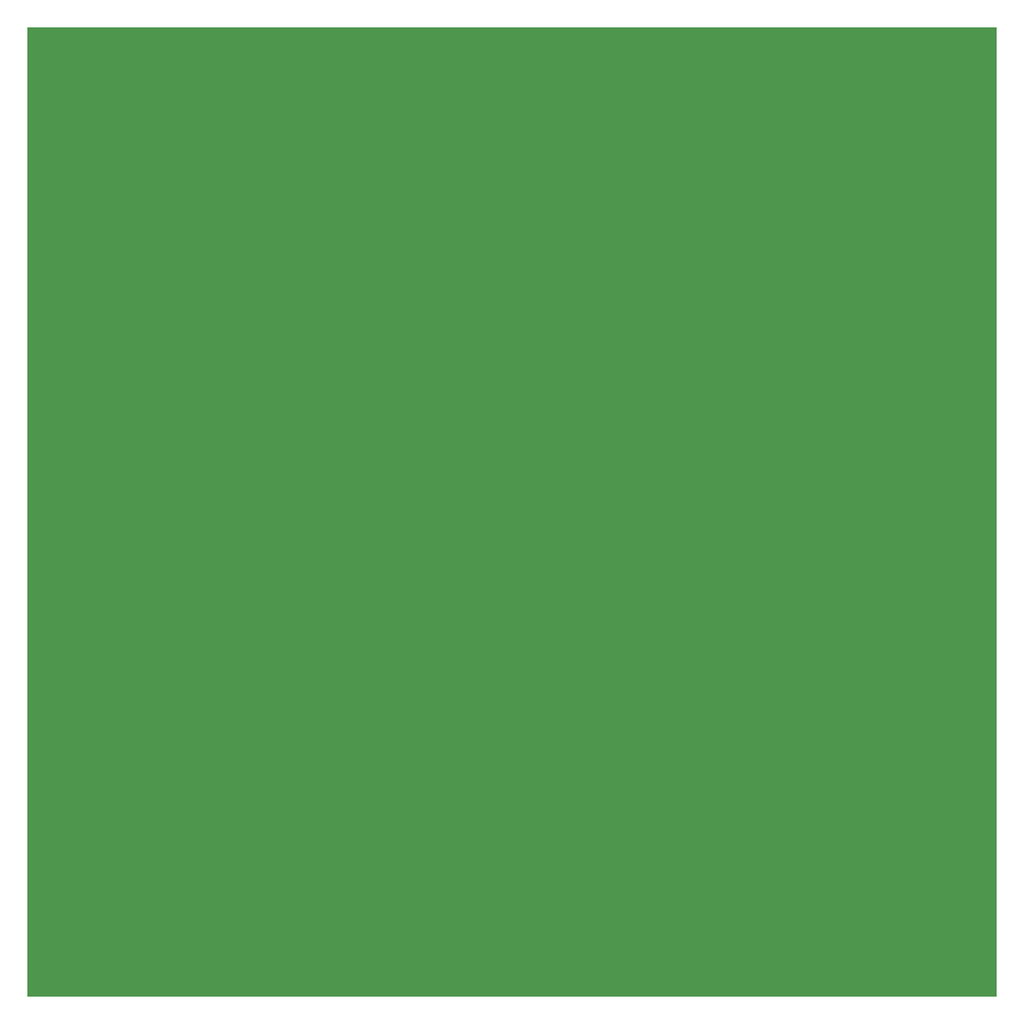
<source format=gbr>
%TF.GenerationSoftware,KiCad,Pcbnew,8.0.3*%
%TF.CreationDate,2024-06-13T14:30:09-05:00*%
%TF.ProjectId,jlcpcb flex RF,6a6c6370-6362-4206-966c-65782052462e,rev?*%
%TF.SameCoordinates,Original*%
%TF.FileFunction,Copper,L2,Bot*%
%TF.FilePolarity,Positive*%
%FSLAX46Y46*%
G04 Gerber Fmt 4.6, Leading zero omitted, Abs format (unit mm)*
G04 Created by KiCad (PCBNEW 8.0.3) date 2024-06-13 14:30:09*
%MOMM*%
%LPD*%
G01*
G04 APERTURE LIST*
%TA.AperFunction,ViaPad*%
%ADD10C,0.600000*%
%TD*%
G04 APERTURE END LIST*
D10*
%TO.N,GND*%
X66000000Y-52000000D03*
X96000000Y-68000000D03*
X98000000Y-132000000D03*
X67000000Y-59000000D03*
X129000000Y-89000000D03*
X59000000Y-63000000D03*
X92000000Y-68000000D03*
X122000000Y-108000000D03*
X133000000Y-123000000D03*
X97000000Y-55000000D03*
X124000000Y-84000000D03*
X96000000Y-100000000D03*
X145000000Y-111000000D03*
X100000000Y-110000000D03*
X85000000Y-83000000D03*
X61000000Y-119000000D03*
X54000000Y-56000000D03*
X77000000Y-137000000D03*
X134000000Y-66000000D03*
X141000000Y-149000000D03*
X107000000Y-67000000D03*
X132000000Y-136000000D03*
X93000000Y-61000000D03*
X128000000Y-138000000D03*
X75000000Y-85000000D03*
X137000000Y-87000000D03*
X62000000Y-90000000D03*
X105000000Y-99000000D03*
X65000000Y-71000000D03*
X111000000Y-117000000D03*
X108000000Y-132000000D03*
X129000000Y-79000000D03*
X97000000Y-109000000D03*
X119000000Y-61000000D03*
X104000000Y-132000000D03*
X144000000Y-142000000D03*
X138000000Y-70000000D03*
X69000000Y-113000000D03*
X101000000Y-147000000D03*
X127000000Y-85000000D03*
X56000000Y-128000000D03*
X93000000Y-85000000D03*
X84000000Y-58000000D03*
X66000000Y-100000000D03*
X114000000Y-104000000D03*
X123000000Y-101000000D03*
X115000000Y-115000000D03*
X51000000Y-117000000D03*
X116000000Y-148000000D03*
X100000000Y-90000000D03*
X93000000Y-75000000D03*
X99000000Y-79000000D03*
X66000000Y-106000000D03*
X109000000Y-67000000D03*
X81000000Y-139000000D03*
X146000000Y-112000000D03*
X98000000Y-58000000D03*
X108000000Y-96000000D03*
X87000000Y-115000000D03*
X109000000Y-97000000D03*
X133000000Y-149000000D03*
X106000000Y-118000000D03*
X75000000Y-141000000D03*
X148000000Y-118000000D03*
X69000000Y-87000000D03*
X53000000Y-105000000D03*
X98000000Y-104000000D03*
X85000000Y-57000000D03*
X88000000Y-108000000D03*
X131000000Y-71000000D03*
X132000000Y-118000000D03*
X105000000Y-105000000D03*
X64000000Y-82000000D03*
X121000000Y-127000000D03*
X57000000Y-51000000D03*
X106000000Y-60000000D03*
X94000000Y-116000000D03*
X147000000Y-119000000D03*
X107000000Y-99000000D03*
X144000000Y-116000000D03*
X81000000Y-67000000D03*
X53000000Y-93000000D03*
X91000000Y-73000000D03*
X123000000Y-87000000D03*
X96000000Y-60000000D03*
X53000000Y-131000000D03*
X93000000Y-99000000D03*
X131000000Y-85000000D03*
X66000000Y-144000000D03*
X53000000Y-77000000D03*
X141000000Y-91000000D03*
X114000000Y-146000000D03*
X61000000Y-51000000D03*
X53000000Y-111000000D03*
X55000000Y-53000000D03*
X139000000Y-111000000D03*
X144000000Y-122000000D03*
X113000000Y-81000000D03*
X73000000Y-139000000D03*
X136000000Y-130000000D03*
X75000000Y-111000000D03*
X53000000Y-69000000D03*
X125000000Y-103000000D03*
X139000000Y-129000000D03*
X95000000Y-131000000D03*
X75000000Y-89000000D03*
X107000000Y-71000000D03*
X146000000Y-142000000D03*
X132000000Y-106000000D03*
X106000000Y-100000000D03*
X107000000Y-115000000D03*
X103000000Y-61000000D03*
X61000000Y-149000000D03*
X51000000Y-133000000D03*
X127000000Y-113000000D03*
X115000000Y-89000000D03*
X109000000Y-149000000D03*
X136000000Y-54000000D03*
X77000000Y-71000000D03*
X100000000Y-70000000D03*
X94000000Y-84000000D03*
X53000000Y-113000000D03*
X133000000Y-139000000D03*
X134000000Y-60000000D03*
X113000000Y-89000000D03*
X112000000Y-98000000D03*
X89000000Y-79000000D03*
X51000000Y-119000000D03*
X146000000Y-82000000D03*
X118000000Y-90000000D03*
X133000000Y-99000000D03*
X141000000Y-123000000D03*
X67000000Y-115000000D03*
X65000000Y-95000000D03*
X93000000Y-73000000D03*
X78000000Y-90000000D03*
X58000000Y-72000000D03*
X103000000Y-97000000D03*
X54000000Y-94000000D03*
X67000000Y-79000000D03*
X114000000Y-76000000D03*
X131000000Y-91000000D03*
X91000000Y-139000000D03*
X96000000Y-86000000D03*
X106000000Y-84000000D03*
X137000000Y-67000000D03*
X98000000Y-136000000D03*
X136000000Y-72000000D03*
X113000000Y-109000000D03*
X73000000Y-75000000D03*
X112000000Y-110000000D03*
X53000000Y-85000000D03*
X69000000Y-131000000D03*
X103000000Y-137000000D03*
X149000000Y-101000000D03*
X142000000Y-130000000D03*
X97000000Y-129000000D03*
X68000000Y-120000000D03*
X79000000Y-77000000D03*
X79000000Y-105000000D03*
X114000000Y-138000000D03*
X74000000Y-118000000D03*
X134000000Y-88000000D03*
X137000000Y-119000000D03*
X89000000Y-103000000D03*
X91000000Y-129000000D03*
X139000000Y-85000000D03*
X109000000Y-137000000D03*
X100000000Y-96000000D03*
X113000000Y-67000000D03*
X71000000Y-111000000D03*
X54000000Y-116000000D03*
X73000000Y-123000000D03*
X59000000Y-61000000D03*
X67000000Y-107000000D03*
X63000000Y-117000000D03*
X98000000Y-64000000D03*
X76000000Y-62000000D03*
X64000000Y-92000000D03*
X143000000Y-103000000D03*
X89000000Y-89000000D03*
X127000000Y-139000000D03*
X79000000Y-63000000D03*
X116000000Y-66000000D03*
X88000000Y-70000000D03*
X102000000Y-68000000D03*
X129000000Y-91000000D03*
X76000000Y-70000000D03*
X51000000Y-143000000D03*
X126000000Y-96000000D03*
X96000000Y-110000000D03*
X142000000Y-106000000D03*
X78000000Y-66000000D03*
X146000000Y-108000000D03*
X62000000Y-140000000D03*
X69000000Y-95000000D03*
X85000000Y-127000000D03*
X61000000Y-61000000D03*
X139000000Y-99000000D03*
X103000000Y-113000000D03*
X99000000Y-117000000D03*
X96000000Y-106000000D03*
X109000000Y-141000000D03*
X141000000Y-115000000D03*
X117000000Y-93000000D03*
X107000000Y-113000000D03*
X87000000Y-109000000D03*
X143000000Y-109000000D03*
X145000000Y-123000000D03*
X66000000Y-116000000D03*
X54000000Y-76000000D03*
X100000000Y-134000000D03*
X134000000Y-90000000D03*
X104000000Y-68000000D03*
X143000000Y-81000000D03*
X54000000Y-146000000D03*
X148000000Y-112000000D03*
X99000000Y-89000000D03*
X144000000Y-60000000D03*
X141000000Y-81000000D03*
X145000000Y-85000000D03*
X85000000Y-125000000D03*
X81000000Y-87000000D03*
X116000000Y-128000000D03*
X103000000Y-65000000D03*
X52000000Y-132000000D03*
X121000000Y-91000000D03*
X84000000Y-122000000D03*
X123000000Y-51000000D03*
X65000000Y-123000000D03*
X85000000Y-147000000D03*
X118000000Y-82000000D03*
X129000000Y-51000000D03*
X66000000Y-112000000D03*
X107000000Y-107000000D03*
X73000000Y-137000000D03*
X76000000Y-56000000D03*
X95000000Y-95000000D03*
X139000000Y-73000000D03*
X142000000Y-110000000D03*
X52000000Y-124000000D03*
X146000000Y-134000000D03*
X79000000Y-149000000D03*
X79000000Y-81000000D03*
X61000000Y-67000000D03*
X115000000Y-137000000D03*
X143000000Y-119000000D03*
X78000000Y-134000000D03*
X147000000Y-53000000D03*
X81000000Y-123000000D03*
X144000000Y-130000000D03*
X106000000Y-134000000D03*
X79000000Y-133000000D03*
X87000000Y-81000000D03*
X107000000Y-103000000D03*
X147000000Y-95000000D03*
X148000000Y-106000000D03*
X74000000Y-84000000D03*
X91000000Y-65000000D03*
X72000000Y-68000000D03*
X112000000Y-126000000D03*
X102000000Y-66000000D03*
X148000000Y-80000000D03*
X145000000Y-89000000D03*
X121000000Y-87000000D03*
X97000000Y-145000000D03*
X106000000Y-90000000D03*
X143000000Y-139000000D03*
X112000000Y-116000000D03*
X104000000Y-60000000D03*
X59000000Y-115000000D03*
X99000000Y-55000000D03*
X92000000Y-132000000D03*
X82000000Y-134000000D03*
X109000000Y-107000000D03*
X107000000Y-119000000D03*
X58000000Y-90000000D03*
X88000000Y-74000000D03*
X79000000Y-73000000D03*
X115000000Y-59000000D03*
X112000000Y-92000000D03*
X132000000Y-70000000D03*
X51000000Y-147000000D03*
X108000000Y-136000000D03*
X83000000Y-141000000D03*
X131000000Y-59000000D03*
X106000000Y-110000000D03*
X91000000Y-123000000D03*
X102000000Y-98000000D03*
X75000000Y-137000000D03*
X123000000Y-115000000D03*
X134000000Y-92000000D03*
X125000000Y-107000000D03*
X89000000Y-123000000D03*
X65000000Y-111000000D03*
X84000000Y-114000000D03*
X56000000Y-96000000D03*
X119000000Y-123000000D03*
X141000000Y-129000000D03*
X73000000Y-117000000D03*
X122000000Y-82000000D03*
X86000000Y-110000000D03*
X85000000Y-117000000D03*
X114000000Y-60000000D03*
X76000000Y-124000000D03*
X128000000Y-70000000D03*
X143000000Y-97000000D03*
X59000000Y-127000000D03*
X133000000Y-129000000D03*
X129000000Y-63000000D03*
X98000000Y-66000000D03*
X68000000Y-132000000D03*
X145000000Y-115000000D03*
X143000000Y-133000000D03*
X115000000Y-111000000D03*
X94000000Y-138000000D03*
X136000000Y-70000000D03*
X100000000Y-78000000D03*
X117000000Y-119000000D03*
X75000000Y-83000000D03*
X105000000Y-147000000D03*
X148000000Y-142000000D03*
X113000000Y-51000000D03*
X89000000Y-73000000D03*
X124000000Y-64000000D03*
X107000000Y-83000000D03*
X59000000Y-87000000D03*
X144000000Y-98000000D03*
X87000000Y-127000000D03*
X112000000Y-96000000D03*
X125000000Y-139000000D03*
X56000000Y-98000000D03*
X107000000Y-149000000D03*
X109000000Y-93000000D03*
X122000000Y-128000000D03*
X92000000Y-140000000D03*
X53000000Y-83000000D03*
X62000000Y-72000000D03*
X132000000Y-94000000D03*
X89000000Y-121000000D03*
X53000000Y-147000000D03*
X83000000Y-89000000D03*
X131000000Y-125000000D03*
X97000000Y-63000000D03*
X115000000Y-73000000D03*
X73000000Y-65000000D03*
X59000000Y-83000000D03*
X52000000Y-138000000D03*
X115000000Y-109000000D03*
X79000000Y-127000000D03*
X83000000Y-69000000D03*
X72000000Y-94000000D03*
X106000000Y-148000000D03*
X129000000Y-119000000D03*
X111000000Y-149000000D03*
X85000000Y-89000000D03*
X88000000Y-110000000D03*
X106000000Y-126000000D03*
X64000000Y-106000000D03*
X72000000Y-66000000D03*
X114000000Y-86000000D03*
X68000000Y-98000000D03*
X107000000Y-131000000D03*
X123000000Y-123000000D03*
X113000000Y-75000000D03*
X55000000Y-57000000D03*
X77000000Y-99000000D03*
X125000000Y-123000000D03*
X85000000Y-61000000D03*
X61000000Y-89000000D03*
X98000000Y-96000000D03*
X91000000Y-111000000D03*
X129000000Y-101000000D03*
X75000000Y-115000000D03*
X102000000Y-64000000D03*
X97000000Y-67000000D03*
X135000000Y-61000000D03*
X117000000Y-95000000D03*
X136000000Y-84000000D03*
X124000000Y-138000000D03*
X134000000Y-122000000D03*
X82000000Y-122000000D03*
X136000000Y-124000000D03*
X96000000Y-128000000D03*
X114000000Y-130000000D03*
X92000000Y-110000000D03*
X101000000Y-83000000D03*
X136000000Y-88000000D03*
X94000000Y-132000000D03*
X132000000Y-66000000D03*
X65000000Y-61000000D03*
X133000000Y-69000000D03*
X59000000Y-79000000D03*
X61000000Y-69000000D03*
X65000000Y-129000000D03*
X115000000Y-107000000D03*
X147000000Y-121000000D03*
X63000000Y-67000000D03*
X55000000Y-131000000D03*
X61000000Y-125000000D03*
X147000000Y-75000000D03*
X82000000Y-82000000D03*
X77000000Y-119000000D03*
X115000000Y-85000000D03*
X118000000Y-88000000D03*
X100000000Y-116000000D03*
X98000000Y-56000000D03*
X88000000Y-140000000D03*
X149000000Y-61000000D03*
X99000000Y-95000000D03*
X141000000Y-95000000D03*
X139000000Y-119000000D03*
X135000000Y-71000000D03*
X103000000Y-125000000D03*
X98000000Y-122000000D03*
X141000000Y-67000000D03*
X105000000Y-115000000D03*
X126000000Y-140000000D03*
X138000000Y-66000000D03*
X102000000Y-76000000D03*
X67000000Y-95000000D03*
X136000000Y-146000000D03*
X145000000Y-133000000D03*
X91000000Y-59000000D03*
X115000000Y-93000000D03*
X104000000Y-144000000D03*
X123000000Y-91000000D03*
X71000000Y-127000000D03*
X103000000Y-67000000D03*
X61000000Y-133000000D03*
X136000000Y-140000000D03*
X139000000Y-115000000D03*
X52000000Y-136000000D03*
X58000000Y-68000000D03*
X106000000Y-116000000D03*
X105000000Y-51000000D03*
X91000000Y-101000000D03*
X145000000Y-109000000D03*
X138000000Y-108000000D03*
X105000000Y-143000000D03*
X104000000Y-128000000D03*
X135000000Y-141000000D03*
X107000000Y-127000000D03*
X113000000Y-137000000D03*
X149000000Y-79000000D03*
X83000000Y-79000000D03*
X65000000Y-51000000D03*
X102000000Y-54000000D03*
X87000000Y-63000000D03*
X144000000Y-74000000D03*
X125000000Y-63000000D03*
X51000000Y-67000000D03*
X100000000Y-138000000D03*
X119000000Y-59000000D03*
X75000000Y-77000000D03*
X97000000Y-71000000D03*
X59000000Y-75000000D03*
X83000000Y-125000000D03*
X144000000Y-120000000D03*
X124000000Y-114000000D03*
X85000000Y-145000000D03*
X57000000Y-79000000D03*
X117000000Y-99000000D03*
X65000000Y-107000000D03*
X86000000Y-52000000D03*
X54000000Y-64000000D03*
X143000000Y-91000000D03*
X106000000Y-88000000D03*
X75000000Y-117000000D03*
X109000000Y-65000000D03*
X147000000Y-127000000D03*
X56000000Y-78000000D03*
X102000000Y-78000000D03*
X76000000Y-92000000D03*
X66000000Y-82000000D03*
X133000000Y-83000000D03*
X95000000Y-99000000D03*
X79000000Y-99000000D03*
X133000000Y-135000000D03*
X62000000Y-88000000D03*
X93000000Y-51000000D03*
X75000000Y-57000000D03*
X51000000Y-123000000D03*
X125000000Y-61000000D03*
X135000000Y-97000000D03*
X100000000Y-92000000D03*
X62000000Y-114000000D03*
X57000000Y-135000000D03*
X145000000Y-137000000D03*
X131000000Y-129000000D03*
X109000000Y-119000000D03*
X135000000Y-129000000D03*
X112000000Y-134000000D03*
X147000000Y-97000000D03*
X143000000Y-77000000D03*
X148000000Y-126000000D03*
X145000000Y-61000000D03*
X148000000Y-84000000D03*
X69000000Y-67000000D03*
X96000000Y-92000000D03*
X136000000Y-148000000D03*
X105000000Y-127000000D03*
X132000000Y-138000000D03*
X86000000Y-140000000D03*
X116000000Y-54000000D03*
X74000000Y-74000000D03*
X74000000Y-52000000D03*
X72000000Y-84000000D03*
X62000000Y-78000000D03*
X149000000Y-67000000D03*
X73000000Y-99000000D03*
X132000000Y-124000000D03*
X56000000Y-132000000D03*
X76000000Y-142000000D03*
X97000000Y-101000000D03*
X95000000Y-83000000D03*
X111000000Y-63000000D03*
X125000000Y-115000000D03*
X104000000Y-66000000D03*
X74000000Y-140000000D03*
X144000000Y-114000000D03*
X105000000Y-111000000D03*
X127000000Y-105000000D03*
X135000000Y-113000000D03*
X64000000Y-52000000D03*
X106000000Y-124000000D03*
X133000000Y-89000000D03*
X101000000Y-125000000D03*
X97000000Y-147000000D03*
X115000000Y-133000000D03*
X86000000Y-142000000D03*
X114000000Y-92000000D03*
X85000000Y-93000000D03*
X106000000Y-86000000D03*
X94000000Y-96000000D03*
X63000000Y-75000000D03*
X101000000Y-145000000D03*
X96000000Y-104000000D03*
X57000000Y-129000000D03*
X93000000Y-71000000D03*
X77000000Y-81000000D03*
X136000000Y-94000000D03*
X103000000Y-87000000D03*
X99000000Y-123000000D03*
X73000000Y-77000000D03*
X52000000Y-140000000D03*
X72000000Y-134000000D03*
X108000000Y-68000000D03*
X145000000Y-69000000D03*
X112000000Y-76000000D03*
X55000000Y-129000000D03*
X69000000Y-133000000D03*
X99000000Y-67000000D03*
X112000000Y-94000000D03*
X108000000Y-88000000D03*
X126000000Y-90000000D03*
X138000000Y-116000000D03*
X79000000Y-65000000D03*
X74000000Y-62000000D03*
X51000000Y-131000000D03*
X85000000Y-121000000D03*
X125000000Y-59000000D03*
X57000000Y-81000000D03*
X105000000Y-85000000D03*
X104000000Y-136000000D03*
X100000000Y-72000000D03*
X124000000Y-104000000D03*
X136000000Y-64000000D03*
X107000000Y-89000000D03*
X65000000Y-135000000D03*
X91000000Y-63000000D03*
X68000000Y-130000000D03*
X75000000Y-149000000D03*
X94000000Y-102000000D03*
X134000000Y-96000000D03*
X135000000Y-67000000D03*
X57000000Y-115000000D03*
X64000000Y-136000000D03*
X82000000Y-128000000D03*
X106000000Y-108000000D03*
X135000000Y-101000000D03*
X133000000Y-87000000D03*
X112000000Y-114000000D03*
X100000000Y-114000000D03*
X72000000Y-132000000D03*
X88000000Y-78000000D03*
X65000000Y-67000000D03*
X142000000Y-112000000D03*
X101000000Y-107000000D03*
X117000000Y-107000000D03*
X127000000Y-103000000D03*
X114000000Y-100000000D03*
X144000000Y-66000000D03*
X61000000Y-63000000D03*
X78000000Y-106000000D03*
X63000000Y-91000000D03*
X129000000Y-81000000D03*
X71000000Y-65000000D03*
X51000000Y-139000000D03*
X98000000Y-144000000D03*
X108000000Y-120000000D03*
X124000000Y-136000000D03*
X75000000Y-145000000D03*
X102000000Y-144000000D03*
X93000000Y-109000000D03*
X74000000Y-146000000D03*
X114000000Y-90000000D03*
X84000000Y-138000000D03*
X84000000Y-94000000D03*
X97000000Y-135000000D03*
X99000000Y-63000000D03*
X91000000Y-71000000D03*
X66000000Y-98000000D03*
X99000000Y-53000000D03*
X114000000Y-110000000D03*
X139000000Y-123000000D03*
X85000000Y-137000000D03*
X94000000Y-90000000D03*
X64000000Y-148000000D03*
X114000000Y-80000000D03*
X78000000Y-60000000D03*
X147000000Y-137000000D03*
X134000000Y-94000000D03*
X106000000Y-64000000D03*
X105000000Y-121000000D03*
X79000000Y-79000000D03*
X145000000Y-63000000D03*
X82000000Y-138000000D03*
X148000000Y-108000000D03*
X74000000Y-56000000D03*
X72000000Y-80000000D03*
X127000000Y-95000000D03*
X63000000Y-63000000D03*
X136000000Y-68000000D03*
X107000000Y-63000000D03*
X54000000Y-82000000D03*
X71000000Y-67000000D03*
X56000000Y-102000000D03*
X82000000Y-108000000D03*
X138000000Y-64000000D03*
X69000000Y-107000000D03*
X141000000Y-127000000D03*
X87000000Y-97000000D03*
X59000000Y-109000000D03*
X126000000Y-132000000D03*
X148000000Y-136000000D03*
X119000000Y-139000000D03*
X137000000Y-73000000D03*
X141000000Y-63000000D03*
X128000000Y-120000000D03*
X65000000Y-127000000D03*
X86000000Y-68000000D03*
X55000000Y-123000000D03*
X129000000Y-141000000D03*
X84000000Y-80000000D03*
X114000000Y-64000000D03*
X73000000Y-63000000D03*
X87000000Y-107000000D03*
X129000000Y-87000000D03*
X66000000Y-122000000D03*
X146000000Y-84000000D03*
X127000000Y-67000000D03*
X86000000Y-76000000D03*
X94000000Y-78000000D03*
X91000000Y-89000000D03*
X67000000Y-133000000D03*
X147000000Y-87000000D03*
X133000000Y-51000000D03*
X86000000Y-64000000D03*
X62000000Y-108000000D03*
X116000000Y-52000000D03*
X59000000Y-105000000D03*
X66000000Y-96000000D03*
X89000000Y-69000000D03*
X94000000Y-54000000D03*
X59000000Y-121000000D03*
X77000000Y-109000000D03*
X69000000Y-63000000D03*
X56000000Y-60000000D03*
X141000000Y-125000000D03*
X74000000Y-126000000D03*
X91000000Y-51000000D03*
X147000000Y-91000000D03*
X145000000Y-93000000D03*
X94000000Y-88000000D03*
X77000000Y-117000000D03*
X67000000Y-51000000D03*
X96000000Y-120000000D03*
X76000000Y-86000000D03*
X149000000Y-83000000D03*
X112000000Y-90000000D03*
X65000000Y-97000000D03*
X146000000Y-124000000D03*
X115000000Y-55000000D03*
X114000000Y-116000000D03*
X149000000Y-115000000D03*
X113000000Y-83000000D03*
X61000000Y-113000000D03*
X116000000Y-118000000D03*
X94000000Y-68000000D03*
X113000000Y-123000000D03*
X55000000Y-103000000D03*
X94000000Y-128000000D03*
X115000000Y-95000000D03*
X100000000Y-122000000D03*
X98000000Y-54000000D03*
X101000000Y-53000000D03*
X74000000Y-136000000D03*
X117000000Y-101000000D03*
X78000000Y-140000000D03*
X92000000Y-106000000D03*
X137000000Y-61000000D03*
X134000000Y-98000000D03*
X109000000Y-139000000D03*
X71000000Y-95000000D03*
X92000000Y-92000000D03*
X137000000Y-127000000D03*
X79000000Y-111000000D03*
X106000000Y-138000000D03*
X73000000Y-93000000D03*
X113000000Y-127000000D03*
X133000000Y-63000000D03*
X102000000Y-136000000D03*
X134000000Y-108000000D03*
X139000000Y-71000000D03*
X113000000Y-129000000D03*
X69000000Y-97000000D03*
X61000000Y-107000000D03*
X104000000Y-146000000D03*
X94000000Y-60000000D03*
X147000000Y-125000000D03*
X103000000Y-51000000D03*
X141000000Y-79000000D03*
X126000000Y-116000000D03*
X76000000Y-146000000D03*
X54000000Y-126000000D03*
X145000000Y-119000000D03*
X147000000Y-63000000D03*
X109000000Y-59000000D03*
X92000000Y-64000000D03*
X145000000Y-147000000D03*
X98000000Y-74000000D03*
X55000000Y-75000000D03*
X148000000Y-146000000D03*
X51000000Y-101000000D03*
X107000000Y-77000000D03*
X148000000Y-144000000D03*
X142000000Y-90000000D03*
X126000000Y-146000000D03*
X81000000Y-121000000D03*
X137000000Y-137000000D03*
X95000000Y-73000000D03*
X59000000Y-67000000D03*
X85000000Y-129000000D03*
X97000000Y-79000000D03*
X87000000Y-77000000D03*
X133000000Y-59000000D03*
X132000000Y-130000000D03*
X79000000Y-95000000D03*
X126000000Y-80000000D03*
X61000000Y-131000000D03*
X144000000Y-70000000D03*
X96000000Y-90000000D03*
X111000000Y-89000000D03*
X128000000Y-116000000D03*
X57000000Y-83000000D03*
X59000000Y-99000000D03*
X104000000Y-52000000D03*
X107000000Y-111000000D03*
X96000000Y-116000000D03*
X103000000Y-71000000D03*
X116000000Y-90000000D03*
X145000000Y-103000000D03*
X124000000Y-134000000D03*
X142000000Y-76000000D03*
X138000000Y-74000000D03*
X96000000Y-140000000D03*
X79000000Y-75000000D03*
X122000000Y-86000000D03*
X83000000Y-105000000D03*
X71000000Y-63000000D03*
X104000000Y-116000000D03*
X133000000Y-73000000D03*
X107000000Y-105000000D03*
X102000000Y-142000000D03*
X87000000Y-133000000D03*
X147000000Y-107000000D03*
X94000000Y-148000000D03*
X51000000Y-71000000D03*
X95000000Y-109000000D03*
X131000000Y-119000000D03*
X67000000Y-71000000D03*
X87000000Y-79000000D03*
X149000000Y-123000000D03*
X103000000Y-101000000D03*
X115000000Y-69000000D03*
X118000000Y-120000000D03*
X57000000Y-119000000D03*
X63000000Y-99000000D03*
X115000000Y-97000000D03*
X149000000Y-103000000D03*
X77000000Y-85000000D03*
X84000000Y-146000000D03*
X93000000Y-133000000D03*
X107000000Y-133000000D03*
X64000000Y-104000000D03*
X137000000Y-63000000D03*
X109000000Y-79000000D03*
X103000000Y-59000000D03*
X131000000Y-103000000D03*
X66000000Y-104000000D03*
X141000000Y-75000000D03*
X101000000Y-131000000D03*
X61000000Y-121000000D03*
X126000000Y-52000000D03*
X143000000Y-75000000D03*
X95000000Y-129000000D03*
X105000000Y-103000000D03*
X115000000Y-141000000D03*
X95000000Y-123000000D03*
X78000000Y-108000000D03*
X97000000Y-53000000D03*
X117000000Y-127000000D03*
X61000000Y-103000000D03*
X97000000Y-89000000D03*
X125000000Y-127000000D03*
X87000000Y-105000000D03*
X53000000Y-63000000D03*
X145000000Y-143000000D03*
X87000000Y-111000000D03*
X121000000Y-97000000D03*
X71000000Y-83000000D03*
X102000000Y-52000000D03*
X126000000Y-76000000D03*
X52000000Y-112000000D03*
X131000000Y-61000000D03*
X97000000Y-131000000D03*
X56000000Y-70000000D03*
X52000000Y-54000000D03*
X54000000Y-72000000D03*
X145000000Y-107000000D03*
X145000000Y-139000000D03*
X108000000Y-82000000D03*
X89000000Y-77000000D03*
X146000000Y-148000000D03*
X142000000Y-60000000D03*
X68000000Y-68000000D03*
X91000000Y-103000000D03*
X79000000Y-121000000D03*
X133000000Y-121000000D03*
X101000000Y-71000000D03*
X147000000Y-81000000D03*
X64000000Y-112000000D03*
X119000000Y-117000000D03*
X64000000Y-70000000D03*
X100000000Y-124000000D03*
X77000000Y-89000000D03*
X123000000Y-141000000D03*
X124000000Y-58000000D03*
X141000000Y-93000000D03*
X57000000Y-107000000D03*
X116000000Y-100000000D03*
X149000000Y-89000000D03*
X103000000Y-63000000D03*
X142000000Y-68000000D03*
X144000000Y-112000000D03*
X88000000Y-138000000D03*
X136000000Y-100000000D03*
X95000000Y-125000000D03*
X119000000Y-125000000D03*
X148000000Y-70000000D03*
X147000000Y-133000000D03*
X95000000Y-61000000D03*
X84000000Y-82000000D03*
X104000000Y-64000000D03*
X86000000Y-92000000D03*
X147000000Y-115000000D03*
X71000000Y-99000000D03*
X115000000Y-63000000D03*
X52000000Y-82000000D03*
X64000000Y-122000000D03*
X125000000Y-125000000D03*
X134000000Y-138000000D03*
X96000000Y-66000000D03*
X113000000Y-77000000D03*
X92000000Y-70000000D03*
X99000000Y-103000000D03*
X128000000Y-80000000D03*
X103000000Y-129000000D03*
X63000000Y-89000000D03*
X132000000Y-68000000D03*
X82000000Y-68000000D03*
X57000000Y-73000000D03*
X99000000Y-91000000D03*
X66000000Y-138000000D03*
X144000000Y-104000000D03*
X125000000Y-97000000D03*
X99000000Y-99000000D03*
X64000000Y-88000000D03*
X105000000Y-135000000D03*
X95000000Y-93000000D03*
X131000000Y-137000000D03*
X116000000Y-88000000D03*
X54000000Y-124000000D03*
X111000000Y-103000000D03*
X94000000Y-100000000D03*
X83000000Y-91000000D03*
X134000000Y-72000000D03*
X71000000Y-81000000D03*
X133000000Y-65000000D03*
X76000000Y-144000000D03*
X75000000Y-75000000D03*
X79000000Y-101000000D03*
X125000000Y-79000000D03*
X129000000Y-139000000D03*
X137000000Y-51000000D03*
X123000000Y-131000000D03*
X103000000Y-57000000D03*
X93000000Y-149000000D03*
X142000000Y-88000000D03*
X66000000Y-132000000D03*
X81000000Y-51000000D03*
X99000000Y-139000000D03*
X67000000Y-65000000D03*
X54000000Y-138000000D03*
X75000000Y-131000000D03*
X57000000Y-131000000D03*
X69000000Y-139000000D03*
X84000000Y-108000000D03*
X127000000Y-135000000D03*
X61000000Y-83000000D03*
X141000000Y-131000000D03*
X139000000Y-149000000D03*
X99000000Y-113000000D03*
X54000000Y-110000000D03*
X135000000Y-63000000D03*
X83000000Y-87000000D03*
X84000000Y-118000000D03*
X126000000Y-64000000D03*
X53000000Y-67000000D03*
X87000000Y-73000000D03*
X149000000Y-135000000D03*
X75000000Y-125000000D03*
X62000000Y-112000000D03*
X128000000Y-130000000D03*
X81000000Y-131000000D03*
X68000000Y-116000000D03*
X143000000Y-67000000D03*
X100000000Y-58000000D03*
X115000000Y-135000000D03*
X65000000Y-89000000D03*
X65000000Y-109000000D03*
X147000000Y-135000000D03*
X125000000Y-77000000D03*
X117000000Y-129000000D03*
X92000000Y-118000000D03*
X57000000Y-77000000D03*
X128000000Y-132000000D03*
X109000000Y-69000000D03*
X68000000Y-96000000D03*
X147000000Y-147000000D03*
X63000000Y-87000000D03*
X125000000Y-135000000D03*
X109000000Y-89000000D03*
X77000000Y-101000000D03*
X59000000Y-65000000D03*
X135000000Y-145000000D03*
X71000000Y-105000000D03*
X143000000Y-111000000D03*
X58000000Y-74000000D03*
X135000000Y-137000000D03*
X123000000Y-75000000D03*
X144000000Y-148000000D03*
X126000000Y-88000000D03*
X93000000Y-129000000D03*
X62000000Y-118000000D03*
X76000000Y-108000000D03*
X103000000Y-141000000D03*
X84000000Y-52000000D03*
X61000000Y-59000000D03*
X74000000Y-64000000D03*
X124000000Y-82000000D03*
X64000000Y-74000000D03*
X149000000Y-143000000D03*
X100000000Y-80000000D03*
X116000000Y-62000000D03*
X93000000Y-135000000D03*
X78000000Y-132000000D03*
X141000000Y-121000000D03*
X61000000Y-97000000D03*
X56000000Y-136000000D03*
X124000000Y-72000000D03*
X96000000Y-144000000D03*
X133000000Y-115000000D03*
X81000000Y-77000000D03*
X59000000Y-119000000D03*
X131000000Y-121000000D03*
X51000000Y-51000000D03*
X144000000Y-144000000D03*
X111000000Y-121000000D03*
X132000000Y-120000000D03*
X99000000Y-73000000D03*
X64000000Y-64000000D03*
X82000000Y-66000000D03*
X84000000Y-78000000D03*
X115000000Y-91000000D03*
X93000000Y-93000000D03*
X92000000Y-84000000D03*
X74000000Y-98000000D03*
X85000000Y-67000000D03*
X63000000Y-73000000D03*
X142000000Y-136000000D03*
X123000000Y-137000000D03*
X62000000Y-74000000D03*
X122000000Y-74000000D03*
X124000000Y-94000000D03*
X106000000Y-146000000D03*
X108000000Y-70000000D03*
X102000000Y-86000000D03*
X107000000Y-117000000D03*
X81000000Y-101000000D03*
X78000000Y-76000000D03*
X85000000Y-133000000D03*
X74000000Y-108000000D03*
X147000000Y-55000000D03*
X57000000Y-109000000D03*
X111000000Y-99000000D03*
X62000000Y-110000000D03*
X87000000Y-137000000D03*
X149000000Y-55000000D03*
X51000000Y-135000000D03*
X63000000Y-113000000D03*
X106000000Y-72000000D03*
X136000000Y-110000000D03*
X136000000Y-96000000D03*
X73000000Y-109000000D03*
X139000000Y-133000000D03*
X91000000Y-67000000D03*
X89000000Y-83000000D03*
X79000000Y-107000000D03*
X63000000Y-119000000D03*
X113000000Y-63000000D03*
X88000000Y-86000000D03*
X93000000Y-101000000D03*
X69000000Y-137000000D03*
X144000000Y-54000000D03*
X74000000Y-92000000D03*
X106000000Y-130000000D03*
X128000000Y-72000000D03*
X64000000Y-102000000D03*
X98000000Y-106000000D03*
X100000000Y-62000000D03*
X118000000Y-104000000D03*
X102000000Y-100000000D03*
X134000000Y-114000000D03*
X71000000Y-85000000D03*
X84000000Y-84000000D03*
X134000000Y-68000000D03*
X119000000Y-75000000D03*
X86000000Y-102000000D03*
X64000000Y-128000000D03*
X83000000Y-77000000D03*
X133000000Y-67000000D03*
X85000000Y-149000000D03*
X118000000Y-64000000D03*
X146000000Y-146000000D03*
X107000000Y-137000000D03*
X135000000Y-79000000D03*
X129000000Y-125000000D03*
X135000000Y-117000000D03*
X63000000Y-79000000D03*
X66000000Y-70000000D03*
X100000000Y-130000000D03*
X114000000Y-148000000D03*
X128000000Y-118000000D03*
X105000000Y-101000000D03*
X136000000Y-74000000D03*
X75000000Y-93000000D03*
X78000000Y-100000000D03*
X64000000Y-76000000D03*
X58000000Y-70000000D03*
X143000000Y-123000000D03*
X134000000Y-102000000D03*
X55000000Y-67000000D03*
X92000000Y-80000000D03*
X53000000Y-123000000D03*
X69000000Y-79000000D03*
X94000000Y-82000000D03*
X82000000Y-94000000D03*
X104000000Y-74000000D03*
X101000000Y-119000000D03*
X91000000Y-107000000D03*
X114000000Y-126000000D03*
X126000000Y-62000000D03*
X58000000Y-100000000D03*
X52000000Y-88000000D03*
X116000000Y-94000000D03*
X75000000Y-105000000D03*
X145000000Y-105000000D03*
X66000000Y-94000000D03*
X61000000Y-137000000D03*
X135000000Y-91000000D03*
X142000000Y-104000000D03*
X108000000Y-94000000D03*
X145000000Y-141000000D03*
X143000000Y-51000000D03*
X111000000Y-59000000D03*
X91000000Y-105000000D03*
X77000000Y-75000000D03*
X52000000Y-100000000D03*
X114000000Y-144000000D03*
X103000000Y-127000000D03*
X115000000Y-131000000D03*
X109000000Y-109000000D03*
X97000000Y-125000000D03*
X139000000Y-137000000D03*
X144000000Y-82000000D03*
X139000000Y-125000000D03*
X112000000Y-122000000D03*
X115000000Y-105000000D03*
X136000000Y-138000000D03*
X79000000Y-141000000D03*
X88000000Y-102000000D03*
X104000000Y-134000000D03*
X147000000Y-113000000D03*
X55000000Y-109000000D03*
X109000000Y-85000000D03*
X129000000Y-103000000D03*
X68000000Y-94000000D03*
X54000000Y-122000000D03*
X147000000Y-83000000D03*
X63000000Y-115000000D03*
X121000000Y-111000000D03*
X83000000Y-83000000D03*
X133000000Y-137000000D03*
X59000000Y-139000000D03*
X84000000Y-106000000D03*
X56000000Y-124000000D03*
X55000000Y-143000000D03*
X71000000Y-133000000D03*
X67000000Y-121000000D03*
X125000000Y-57000000D03*
X132000000Y-140000000D03*
X72000000Y-122000000D03*
X104000000Y-90000000D03*
X53000000Y-137000000D03*
X119000000Y-99000000D03*
X74000000Y-96000000D03*
X122000000Y-84000000D03*
X99000000Y-143000000D03*
X59000000Y-51000000D03*
X85000000Y-69000000D03*
X101000000Y-67000000D03*
X122000000Y-72000000D03*
X144000000Y-96000000D03*
X131000000Y-65000000D03*
X116000000Y-122000000D03*
X91000000Y-115000000D03*
X101000000Y-91000000D03*
X128000000Y-74000000D03*
X143000000Y-65000000D03*
X124000000Y-106000000D03*
X126000000Y-126000000D03*
X86000000Y-56000000D03*
X128000000Y-64000000D03*
X73000000Y-135000000D03*
X87000000Y-141000000D03*
X61000000Y-105000000D03*
X57000000Y-139000000D03*
X126000000Y-100000000D03*
X116000000Y-96000000D03*
X146000000Y-52000000D03*
X83000000Y-71000000D03*
X131000000Y-111000000D03*
X55000000Y-85000000D03*
X76000000Y-130000000D03*
X101000000Y-117000000D03*
X64000000Y-96000000D03*
X128000000Y-136000000D03*
X146000000Y-92000000D03*
X82000000Y-110000000D03*
X92000000Y-108000000D03*
X124000000Y-110000000D03*
X91000000Y-95000000D03*
X129000000Y-123000000D03*
X83000000Y-109000000D03*
X134000000Y-120000000D03*
X75000000Y-135000000D03*
X145000000Y-95000000D03*
X121000000Y-129000000D03*
X146000000Y-120000000D03*
X64000000Y-146000000D03*
X75000000Y-55000000D03*
X64000000Y-60000000D03*
X129000000Y-111000000D03*
X56000000Y-114000000D03*
X141000000Y-107000000D03*
X75000000Y-71000000D03*
X66000000Y-60000000D03*
X125000000Y-109000000D03*
X51000000Y-61000000D03*
X52000000Y-114000000D03*
X126000000Y-104000000D03*
X109000000Y-101000000D03*
X69000000Y-69000000D03*
X77000000Y-139000000D03*
X132000000Y-108000000D03*
X143000000Y-73000000D03*
X136000000Y-120000000D03*
X138000000Y-62000000D03*
X128000000Y-86000000D03*
X127000000Y-51000000D03*
X132000000Y-80000000D03*
X59000000Y-71000000D03*
X126000000Y-108000000D03*
X56000000Y-62000000D03*
X118000000Y-110000000D03*
X121000000Y-119000000D03*
X84000000Y-88000000D03*
X119000000Y-69000000D03*
X115000000Y-81000000D03*
X51000000Y-97000000D03*
X95000000Y-145000000D03*
X85000000Y-79000000D03*
X127000000Y-115000000D03*
X87000000Y-131000000D03*
X88000000Y-60000000D03*
X114000000Y-108000000D03*
X103000000Y-95000000D03*
X102000000Y-70000000D03*
X82000000Y-78000000D03*
X115000000Y-125000000D03*
X115000000Y-57000000D03*
X96000000Y-82000000D03*
X134000000Y-70000000D03*
X122000000Y-110000000D03*
X53000000Y-139000000D03*
X131000000Y-123000000D03*
X88000000Y-72000000D03*
X112000000Y-72000000D03*
X54000000Y-78000000D03*
X68000000Y-124000000D03*
X65000000Y-115000000D03*
X112000000Y-112000000D03*
X114000000Y-136000000D03*
X114000000Y-112000000D03*
X93000000Y-123000000D03*
X84000000Y-56000000D03*
X68000000Y-118000000D03*
X107000000Y-93000000D03*
X142000000Y-80000000D03*
X77000000Y-73000000D03*
X115000000Y-113000000D03*
X82000000Y-116000000D03*
X57000000Y-101000000D03*
X103000000Y-55000000D03*
X95000000Y-59000000D03*
X86000000Y-58000000D03*
X84000000Y-100000000D03*
X76000000Y-100000000D03*
X146000000Y-136000000D03*
X93000000Y-113000000D03*
X56000000Y-84000000D03*
X119000000Y-67000000D03*
X144000000Y-58000000D03*
X86000000Y-138000000D03*
X65000000Y-113000000D03*
X142000000Y-72000000D03*
X148000000Y-64000000D03*
X84000000Y-128000000D03*
X55000000Y-59000000D03*
X64000000Y-54000000D03*
X94000000Y-112000000D03*
X74000000Y-144000000D03*
X116000000Y-130000000D03*
X119000000Y-133000000D03*
X123000000Y-89000000D03*
X91000000Y-149000000D03*
X59000000Y-91000000D03*
X112000000Y-108000000D03*
X74000000Y-128000000D03*
X72000000Y-124000000D03*
X98000000Y-94000000D03*
X113000000Y-105000000D03*
X81000000Y-95000000D03*
X87000000Y-71000000D03*
X128000000Y-124000000D03*
X115000000Y-127000000D03*
X72000000Y-130000000D03*
X114000000Y-134000000D03*
X68000000Y-114000000D03*
X57000000Y-91000000D03*
X92000000Y-130000000D03*
X104000000Y-96000000D03*
X114000000Y-128000000D03*
X69000000Y-141000000D03*
X118000000Y-100000000D03*
X62000000Y-60000000D03*
X129000000Y-105000000D03*
X84000000Y-98000000D03*
X138000000Y-72000000D03*
X122000000Y-88000000D03*
X137000000Y-71000000D03*
X134000000Y-140000000D03*
X75000000Y-61000000D03*
X83000000Y-119000000D03*
X147000000Y-109000000D03*
X104000000Y-104000000D03*
X66000000Y-62000000D03*
X62000000Y-68000000D03*
X115000000Y-51000000D03*
X104000000Y-122000000D03*
X78000000Y-138000000D03*
X124000000Y-80000000D03*
X53000000Y-101000000D03*
X91000000Y-69000000D03*
X66000000Y-56000000D03*
X84000000Y-132000000D03*
X94000000Y-108000000D03*
X118000000Y-114000000D03*
X118000000Y-112000000D03*
X85000000Y-87000000D03*
X111000000Y-71000000D03*
X124000000Y-92000000D03*
X127000000Y-149000000D03*
X95000000Y-107000000D03*
X99000000Y-119000000D03*
X95000000Y-105000000D03*
X52000000Y-126000000D03*
X51000000Y-55000000D03*
X71000000Y-149000000D03*
X57000000Y-89000000D03*
X99000000Y-131000000D03*
X147000000Y-93000000D03*
X58000000Y-116000000D03*
X79000000Y-139000000D03*
X145000000Y-79000000D03*
X63000000Y-133000000D03*
X117000000Y-133000000D03*
X91000000Y-81000000D03*
X136000000Y-82000000D03*
X66000000Y-64000000D03*
X65000000Y-131000000D03*
X63000000Y-109000000D03*
X98000000Y-112000000D03*
X68000000Y-62000000D03*
X132000000Y-128000000D03*
X71000000Y-137000000D03*
X144000000Y-124000000D03*
X111000000Y-95000000D03*
X148000000Y-148000000D03*
X124000000Y-118000000D03*
X91000000Y-109000000D03*
X72000000Y-92000000D03*
X79000000Y-83000000D03*
X73000000Y-125000000D03*
X112000000Y-104000000D03*
X86000000Y-112000000D03*
X61000000Y-71000000D03*
X65000000Y-143000000D03*
X58000000Y-60000000D03*
X73000000Y-129000000D03*
X148000000Y-74000000D03*
X96000000Y-56000000D03*
X66000000Y-146000000D03*
X126000000Y-138000000D03*
X114000000Y-120000000D03*
X63000000Y-135000000D03*
X93000000Y-115000000D03*
X131000000Y-115000000D03*
X129000000Y-109000000D03*
X145000000Y-145000000D03*
X117000000Y-71000000D03*
X63000000Y-137000000D03*
X102000000Y-140000000D03*
X65000000Y-79000000D03*
X91000000Y-137000000D03*
X92000000Y-116000000D03*
X100000000Y-54000000D03*
X109000000Y-121000000D03*
X127000000Y-101000000D03*
X89000000Y-117000000D03*
X101000000Y-105000000D03*
X64000000Y-72000000D03*
X138000000Y-124000000D03*
X73000000Y-81000000D03*
X63000000Y-69000000D03*
X89000000Y-113000000D03*
X103000000Y-77000000D03*
X115000000Y-149000000D03*
X102000000Y-82000000D03*
X98000000Y-114000000D03*
X143000000Y-89000000D03*
X86000000Y-86000000D03*
X104000000Y-94000000D03*
X136000000Y-128000000D03*
X92000000Y-88000000D03*
X75000000Y-119000000D03*
X133000000Y-61000000D03*
X111000000Y-109000000D03*
X106000000Y-140000000D03*
X127000000Y-61000000D03*
X86000000Y-128000000D03*
X83000000Y-61000000D03*
X143000000Y-59000000D03*
X87000000Y-83000000D03*
X128000000Y-114000000D03*
X129000000Y-67000000D03*
X111000000Y-129000000D03*
X111000000Y-107000000D03*
X73000000Y-101000000D03*
X97000000Y-103000000D03*
X105000000Y-145000000D03*
X121000000Y-117000000D03*
X111000000Y-133000000D03*
X122000000Y-66000000D03*
X93000000Y-139000000D03*
X142000000Y-96000000D03*
X58000000Y-82000000D03*
X126000000Y-74000000D03*
X92000000Y-114000000D03*
X145000000Y-125000000D03*
X122000000Y-90000000D03*
X91000000Y-131000000D03*
X78000000Y-124000000D03*
X88000000Y-66000000D03*
X108000000Y-62000000D03*
X64000000Y-56000000D03*
X118000000Y-96000000D03*
X76000000Y-120000000D03*
X142000000Y-128000000D03*
X149000000Y-77000000D03*
X97000000Y-119000000D03*
X92000000Y-136000000D03*
X146000000Y-90000000D03*
X98000000Y-124000000D03*
X144000000Y-126000000D03*
X59000000Y-117000000D03*
X93000000Y-67000000D03*
X128000000Y-122000000D03*
X102000000Y-126000000D03*
X71000000Y-97000000D03*
X58000000Y-140000000D03*
X93000000Y-107000000D03*
X112000000Y-124000000D03*
X68000000Y-128000000D03*
X77000000Y-67000000D03*
X107000000Y-51000000D03*
X93000000Y-103000000D03*
X64000000Y-114000000D03*
X113000000Y-107000000D03*
X95000000Y-121000000D03*
X57000000Y-87000000D03*
X124000000Y-52000000D03*
X73000000Y-67000000D03*
X141000000Y-65000000D03*
X79000000Y-85000000D03*
X76000000Y-88000000D03*
X57000000Y-75000000D03*
X125000000Y-65000000D03*
X144000000Y-136000000D03*
X124000000Y-62000000D03*
X142000000Y-116000000D03*
X63000000Y-65000000D03*
X78000000Y-114000000D03*
X107000000Y-69000000D03*
X133000000Y-85000000D03*
X84000000Y-62000000D03*
X59000000Y-81000000D03*
X99000000Y-59000000D03*
X126000000Y-118000000D03*
X115000000Y-61000000D03*
X112000000Y-128000000D03*
X146000000Y-56000000D03*
X89000000Y-115000000D03*
X122000000Y-132000000D03*
X73000000Y-121000000D03*
X128000000Y-110000000D03*
X138000000Y-106000000D03*
X57000000Y-141000000D03*
X72000000Y-100000000D03*
X62000000Y-138000000D03*
X149000000Y-91000000D03*
X123000000Y-103000000D03*
X62000000Y-94000000D03*
X88000000Y-90000000D03*
X142000000Y-122000000D03*
X103000000Y-149000000D03*
X61000000Y-95000000D03*
X126000000Y-148000000D03*
X135000000Y-139000000D03*
X88000000Y-128000000D03*
X143000000Y-83000000D03*
X75000000Y-109000000D03*
X92000000Y-102000000D03*
X138000000Y-120000000D03*
X109000000Y-95000000D03*
X116000000Y-56000000D03*
X141000000Y-61000000D03*
X126000000Y-72000000D03*
X94000000Y-110000000D03*
X144000000Y-56000000D03*
X108000000Y-110000000D03*
X67000000Y-149000000D03*
X103000000Y-93000000D03*
X59000000Y-95000000D03*
X144000000Y-134000000D03*
X132000000Y-62000000D03*
X122000000Y-80000000D03*
X76000000Y-138000000D03*
X86000000Y-66000000D03*
X114000000Y-82000000D03*
X75000000Y-121000000D03*
X78000000Y-92000000D03*
X92000000Y-124000000D03*
X88000000Y-64000000D03*
X132000000Y-114000000D03*
X105000000Y-125000000D03*
X61000000Y-123000000D03*
X133000000Y-103000000D03*
X104000000Y-58000000D03*
X138000000Y-80000000D03*
X138000000Y-110000000D03*
X128000000Y-100000000D03*
X71000000Y-121000000D03*
X73000000Y-87000000D03*
X56000000Y-118000000D03*
X99000000Y-121000000D03*
X117000000Y-117000000D03*
X146000000Y-130000000D03*
X118000000Y-126000000D03*
X118000000Y-68000000D03*
X121000000Y-137000000D03*
X66000000Y-58000000D03*
X148000000Y-76000000D03*
X149000000Y-95000000D03*
X149000000Y-65000000D03*
X104000000Y-100000000D03*
X82000000Y-124000000D03*
X103000000Y-117000000D03*
X137000000Y-103000000D03*
X109000000Y-77000000D03*
X107000000Y-129000000D03*
X56000000Y-56000000D03*
X97000000Y-105000000D03*
X99000000Y-71000000D03*
X117000000Y-131000000D03*
X108000000Y-138000000D03*
X68000000Y-100000000D03*
X119000000Y-109000000D03*
X125000000Y-55000000D03*
X54000000Y-100000000D03*
X135000000Y-89000000D03*
X121000000Y-93000000D03*
X121000000Y-99000000D03*
X131000000Y-51000000D03*
X55000000Y-95000000D03*
X113000000Y-111000000D03*
X111000000Y-79000000D03*
X98000000Y-138000000D03*
X101000000Y-127000000D03*
X77000000Y-141000000D03*
X131000000Y-93000000D03*
X71000000Y-101000000D03*
X74000000Y-88000000D03*
X145000000Y-91000000D03*
X138000000Y-112000000D03*
X72000000Y-72000000D03*
X91000000Y-93000000D03*
X56000000Y-94000000D03*
X119000000Y-111000000D03*
X74000000Y-110000000D03*
X113000000Y-125000000D03*
X136000000Y-108000000D03*
X141000000Y-99000000D03*
X108000000Y-64000000D03*
X54000000Y-60000000D03*
X134000000Y-106000000D03*
X108000000Y-78000000D03*
X109000000Y-103000000D03*
X99000000Y-105000000D03*
X112000000Y-136000000D03*
X73000000Y-127000000D03*
X128000000Y-108000000D03*
X88000000Y-132000000D03*
X147000000Y-51000000D03*
X76000000Y-106000000D03*
X66000000Y-108000000D03*
X101000000Y-103000000D03*
X119000000Y-149000000D03*
X138000000Y-86000000D03*
X128000000Y-96000000D03*
X135000000Y-105000000D03*
X123000000Y-97000000D03*
X63000000Y-141000000D03*
X67000000Y-111000000D03*
X131000000Y-97000000D03*
X88000000Y-68000000D03*
X85000000Y-73000000D03*
X139000000Y-107000000D03*
X56000000Y-100000000D03*
X147000000Y-123000000D03*
X63000000Y-131000000D03*
X149000000Y-147000000D03*
X87000000Y-125000000D03*
X103000000Y-143000000D03*
X53000000Y-55000000D03*
X69000000Y-103000000D03*
X85000000Y-141000000D03*
X65000000Y-63000000D03*
X131000000Y-113000000D03*
X89000000Y-101000000D03*
X65000000Y-117000000D03*
X64000000Y-120000000D03*
X118000000Y-124000000D03*
X146000000Y-116000000D03*
X144000000Y-90000000D03*
X56000000Y-64000000D03*
X89000000Y-75000000D03*
X85000000Y-143000000D03*
X59000000Y-77000000D03*
X66000000Y-92000000D03*
X106000000Y-98000000D03*
X69000000Y-127000000D03*
X78000000Y-104000000D03*
X144000000Y-64000000D03*
X68000000Y-104000000D03*
X83000000Y-137000000D03*
X101000000Y-81000000D03*
X134000000Y-54000000D03*
X129000000Y-129000000D03*
X125000000Y-121000000D03*
X66000000Y-66000000D03*
X81000000Y-125000000D03*
X63000000Y-81000000D03*
X108000000Y-124000000D03*
X138000000Y-78000000D03*
X83000000Y-127000000D03*
X52000000Y-90000000D03*
X125000000Y-113000000D03*
X98000000Y-60000000D03*
X88000000Y-98000000D03*
X85000000Y-63000000D03*
X71000000Y-107000000D03*
X147000000Y-111000000D03*
X51000000Y-89000000D03*
X87000000Y-103000000D03*
X73000000Y-85000000D03*
X127000000Y-129000000D03*
X141000000Y-111000000D03*
X134000000Y-86000000D03*
X88000000Y-112000000D03*
X102000000Y-122000000D03*
X117000000Y-77000000D03*
X121000000Y-61000000D03*
X121000000Y-141000000D03*
X67000000Y-99000000D03*
X62000000Y-120000000D03*
X138000000Y-130000000D03*
X118000000Y-98000000D03*
X57000000Y-127000000D03*
X99000000Y-83000000D03*
X135000000Y-81000000D03*
X53000000Y-79000000D03*
X56000000Y-54000000D03*
X100000000Y-94000000D03*
X99000000Y-87000000D03*
X116000000Y-144000000D03*
X118000000Y-140000000D03*
X142000000Y-118000000D03*
X78000000Y-102000000D03*
X52000000Y-72000000D03*
X134000000Y-56000000D03*
X108000000Y-84000000D03*
X116000000Y-60000000D03*
X88000000Y-84000000D03*
X133000000Y-77000000D03*
X134000000Y-124000000D03*
X127000000Y-63000000D03*
X147000000Y-99000000D03*
X95000000Y-55000000D03*
X125000000Y-105000000D03*
X126000000Y-106000000D03*
X105000000Y-117000000D03*
X98000000Y-120000000D03*
X79000000Y-93000000D03*
X116000000Y-114000000D03*
X138000000Y-132000000D03*
X100000000Y-118000000D03*
X125000000Y-133000000D03*
X88000000Y-100000000D03*
X76000000Y-116000000D03*
X98000000Y-86000000D03*
X52000000Y-142000000D03*
X64000000Y-78000000D03*
X89000000Y-105000000D03*
X111000000Y-131000000D03*
X101000000Y-61000000D03*
X117000000Y-81000000D03*
X139000000Y-101000000D03*
X142000000Y-78000000D03*
X74000000Y-54000000D03*
X96000000Y-58000000D03*
X124000000Y-140000000D03*
X139000000Y-51000000D03*
X74000000Y-106000000D03*
X129000000Y-83000000D03*
X128000000Y-126000000D03*
X131000000Y-109000000D03*
X127000000Y-83000000D03*
X149000000Y-127000000D03*
X58000000Y-120000000D03*
X139000000Y-87000000D03*
X53000000Y-75000000D03*
X54000000Y-88000000D03*
X148000000Y-56000000D03*
X135000000Y-99000000D03*
X132000000Y-98000000D03*
X124000000Y-70000000D03*
X142000000Y-74000000D03*
X111000000Y-51000000D03*
X84000000Y-76000000D03*
X65000000Y-53000000D03*
X145000000Y-65000000D03*
X84000000Y-66000000D03*
X71000000Y-113000000D03*
X135000000Y-149000000D03*
X127000000Y-123000000D03*
X128000000Y-140000000D03*
X77000000Y-149000000D03*
X125000000Y-75000000D03*
X68000000Y-122000000D03*
X131000000Y-69000000D03*
X139000000Y-131000000D03*
X129000000Y-93000000D03*
X92000000Y-134000000D03*
X92000000Y-86000000D03*
X58000000Y-108000000D03*
X73000000Y-131000000D03*
X61000000Y-99000000D03*
X67000000Y-93000000D03*
X78000000Y-116000000D03*
X55000000Y-55000000D03*
X149000000Y-75000000D03*
X114000000Y-52000000D03*
X117000000Y-73000000D03*
X79000000Y-91000000D03*
X69000000Y-65000000D03*
X85000000Y-101000000D03*
X67000000Y-75000000D03*
X109000000Y-87000000D03*
X56000000Y-122000000D03*
X100000000Y-102000000D03*
X101000000Y-133000000D03*
X84000000Y-60000000D03*
X76000000Y-140000000D03*
X135000000Y-133000000D03*
X102000000Y-96000000D03*
X51000000Y-145000000D03*
X82000000Y-98000000D03*
X111000000Y-105000000D03*
X133000000Y-111000000D03*
X64000000Y-110000000D03*
X54000000Y-132000000D03*
X122000000Y-60000000D03*
X97000000Y-113000000D03*
X54000000Y-70000000D03*
X88000000Y-62000000D03*
X118000000Y-78000000D03*
X144000000Y-100000000D03*
X64000000Y-116000000D03*
X114000000Y-78000000D03*
X132000000Y-132000000D03*
X109000000Y-113000000D03*
X87000000Y-123000000D03*
X68000000Y-78000000D03*
X75000000Y-79000000D03*
X68000000Y-86000000D03*
X129000000Y-115000000D03*
X89000000Y-133000000D03*
X79000000Y-113000000D03*
X148000000Y-54000000D03*
X139000000Y-127000000D03*
X65000000Y-59000000D03*
X107000000Y-85000000D03*
X103000000Y-81000000D03*
X79000000Y-89000000D03*
X129000000Y-73000000D03*
X149000000Y-73000000D03*
X79000000Y-125000000D03*
X123000000Y-117000000D03*
X68000000Y-102000000D03*
X102000000Y-56000000D03*
X144000000Y-86000000D03*
X121000000Y-51000000D03*
X94000000Y-74000000D03*
X99000000Y-81000000D03*
X55000000Y-99000000D03*
X72000000Y-102000000D03*
X65000000Y-121000000D03*
X146000000Y-98000000D03*
X81000000Y-99000000D03*
X141000000Y-87000000D03*
X144000000Y-102000000D03*
X145000000Y-53000000D03*
X51000000Y-121000000D03*
X134000000Y-112000000D03*
X101000000Y-129000000D03*
X148000000Y-124000000D03*
X58000000Y-118000000D03*
X135000000Y-77000000D03*
X66000000Y-130000000D03*
X125000000Y-143000000D03*
X73000000Y-149000000D03*
X149000000Y-81000000D03*
X56000000Y-138000000D03*
X78000000Y-110000000D03*
X148000000Y-138000000D03*
X67000000Y-125000000D03*
X128000000Y-102000000D03*
X146000000Y-54000000D03*
X102000000Y-84000000D03*
X121000000Y-103000000D03*
X72000000Y-70000000D03*
X118000000Y-76000000D03*
X103000000Y-89000000D03*
X72000000Y-136000000D03*
X85000000Y-111000000D03*
X129000000Y-121000000D03*
X106000000Y-58000000D03*
X112000000Y-100000000D03*
X55000000Y-147000000D03*
X103000000Y-145000000D03*
X119000000Y-103000000D03*
X137000000Y-75000000D03*
X100000000Y-142000000D03*
X143000000Y-99000000D03*
X108000000Y-90000000D03*
X137000000Y-131000000D03*
X100000000Y-128000000D03*
X98000000Y-100000000D03*
X89000000Y-85000000D03*
X86000000Y-126000000D03*
X71000000Y-75000000D03*
X56000000Y-116000000D03*
X52000000Y-58000000D03*
X107000000Y-123000000D03*
X66000000Y-84000000D03*
X109000000Y-117000000D03*
X135000000Y-119000000D03*
X123000000Y-119000000D03*
X132000000Y-92000000D03*
X113000000Y-59000000D03*
X119000000Y-119000000D03*
X52000000Y-94000000D03*
X138000000Y-76000000D03*
X111000000Y-69000000D03*
X78000000Y-88000000D03*
X114000000Y-74000000D03*
X115000000Y-99000000D03*
X106000000Y-66000000D03*
X136000000Y-56000000D03*
X62000000Y-62000000D03*
X103000000Y-119000000D03*
X136000000Y-132000000D03*
X95000000Y-149000000D03*
X64000000Y-132000000D03*
X124000000Y-66000000D03*
X51000000Y-73000000D03*
X133000000Y-109000000D03*
X86000000Y-60000000D03*
X105000000Y-63000000D03*
X136000000Y-114000000D03*
X129000000Y-149000000D03*
X138000000Y-128000000D03*
X68000000Y-66000000D03*
X123000000Y-149000000D03*
X84000000Y-90000000D03*
X83000000Y-133000000D03*
X83000000Y-65000000D03*
X53000000Y-91000000D03*
X106000000Y-62000000D03*
X76000000Y-134000000D03*
X108000000Y-116000000D03*
X101000000Y-109000000D03*
X107000000Y-101000000D03*
X97000000Y-115000000D03*
X52000000Y-120000000D03*
X84000000Y-130000000D03*
X131000000Y-63000000D03*
X55000000Y-119000000D03*
X58000000Y-138000000D03*
X77000000Y-105000000D03*
X76000000Y-126000000D03*
X95000000Y-69000000D03*
X133000000Y-75000000D03*
X149000000Y-107000000D03*
X111000000Y-123000000D03*
X105000000Y-131000000D03*
X81000000Y-89000000D03*
X141000000Y-89000000D03*
X94000000Y-62000000D03*
X113000000Y-73000000D03*
X54000000Y-136000000D03*
X55000000Y-83000000D03*
X125000000Y-91000000D03*
X142000000Y-126000000D03*
X92000000Y-112000000D03*
X145000000Y-83000000D03*
X77000000Y-133000000D03*
X96000000Y-64000000D03*
X113000000Y-141000000D03*
X125000000Y-137000000D03*
X69000000Y-59000000D03*
X119000000Y-115000000D03*
X64000000Y-144000000D03*
X55000000Y-125000000D03*
X64000000Y-138000000D03*
X76000000Y-128000000D03*
X108000000Y-130000000D03*
X79000000Y-71000000D03*
X94000000Y-114000000D03*
X96000000Y-96000000D03*
X149000000Y-129000000D03*
X71000000Y-141000000D03*
X105000000Y-69000000D03*
X128000000Y-134000000D03*
X131000000Y-89000000D03*
X129000000Y-117000000D03*
X121000000Y-79000000D03*
X66000000Y-110000000D03*
X77000000Y-131000000D03*
X103000000Y-105000000D03*
X74000000Y-104000000D03*
X121000000Y-125000000D03*
X101000000Y-143000000D03*
X125000000Y-51000000D03*
X125000000Y-99000000D03*
X132000000Y-76000000D03*
X124000000Y-122000000D03*
X105000000Y-91000000D03*
X114000000Y-142000000D03*
X138000000Y-96000000D03*
X79000000Y-61000000D03*
X102000000Y-90000000D03*
X93000000Y-95000000D03*
X125000000Y-85000000D03*
X76000000Y-60000000D03*
X57000000Y-59000000D03*
X107000000Y-97000000D03*
X123000000Y-107000000D03*
X122000000Y-64000000D03*
X86000000Y-90000000D03*
X143000000Y-63000000D03*
X58000000Y-92000000D03*
X91000000Y-141000000D03*
X146000000Y-86000000D03*
X66000000Y-120000000D03*
X131000000Y-141000000D03*
X134000000Y-146000000D03*
X77000000Y-97000000D03*
X149000000Y-71000000D03*
X146000000Y-104000000D03*
X143000000Y-131000000D03*
X78000000Y-94000000D03*
X92000000Y-104000000D03*
X92000000Y-100000000D03*
X104000000Y-130000000D03*
X93000000Y-141000000D03*
X64000000Y-58000000D03*
X67000000Y-123000000D03*
X78000000Y-96000000D03*
X97000000Y-149000000D03*
X147000000Y-149000000D03*
X112000000Y-68000000D03*
X83000000Y-129000000D03*
X127000000Y-119000000D03*
X97000000Y-93000000D03*
X123000000Y-77000000D03*
X144000000Y-140000000D03*
X94000000Y-86000000D03*
X92000000Y-66000000D03*
X58000000Y-94000000D03*
X147000000Y-101000000D03*
X104000000Y-140000000D03*
X115000000Y-75000000D03*
X137000000Y-123000000D03*
X102000000Y-58000000D03*
X135000000Y-123000000D03*
X129000000Y-99000000D03*
X88000000Y-122000000D03*
X86000000Y-74000000D03*
X68000000Y-108000000D03*
X62000000Y-92000000D03*
X62000000Y-124000000D03*
X132000000Y-116000000D03*
X122000000Y-78000000D03*
X138000000Y-118000000D03*
X97000000Y-75000000D03*
X101000000Y-137000000D03*
X123000000Y-65000000D03*
X71000000Y-87000000D03*
X102000000Y-60000000D03*
X118000000Y-130000000D03*
X118000000Y-102000000D03*
X58000000Y-96000000D03*
X52000000Y-66000000D03*
X126000000Y-98000000D03*
X77000000Y-93000000D03*
X95000000Y-67000000D03*
X56000000Y-148000000D03*
X63000000Y-51000000D03*
X104000000Y-108000000D03*
X85000000Y-75000000D03*
X94000000Y-106000000D03*
X53000000Y-129000000D03*
X93000000Y-97000000D03*
X112000000Y-74000000D03*
X87000000Y-51000000D03*
X74000000Y-76000000D03*
X85000000Y-103000000D03*
X131000000Y-95000000D03*
X128000000Y-78000000D03*
X103000000Y-131000000D03*
X95000000Y-139000000D03*
X119000000Y-91000000D03*
X52000000Y-108000000D03*
X118000000Y-94000000D03*
X126000000Y-136000000D03*
X83000000Y-97000000D03*
X54000000Y-106000000D03*
X137000000Y-85000000D03*
X97000000Y-95000000D03*
X54000000Y-68000000D03*
X139000000Y-83000000D03*
X67000000Y-61000000D03*
X131000000Y-107000000D03*
X121000000Y-131000000D03*
X116000000Y-108000000D03*
X94000000Y-134000000D03*
X68000000Y-72000000D03*
X102000000Y-88000000D03*
X95000000Y-71000000D03*
X88000000Y-80000000D03*
X74000000Y-78000000D03*
X143000000Y-71000000D03*
X115000000Y-121000000D03*
X98000000Y-88000000D03*
X112000000Y-138000000D03*
X53000000Y-145000000D03*
X119000000Y-79000000D03*
X78000000Y-136000000D03*
X102000000Y-102000000D03*
X125000000Y-53000000D03*
X135000000Y-69000000D03*
X94000000Y-72000000D03*
X131000000Y-127000000D03*
X125000000Y-81000000D03*
X147000000Y-139000000D03*
X61000000Y-73000000D03*
X82000000Y-62000000D03*
X52000000Y-76000000D03*
X61000000Y-75000000D03*
X65000000Y-103000000D03*
X82000000Y-90000000D03*
X102000000Y-110000000D03*
X69000000Y-81000000D03*
X112000000Y-80000000D03*
X77000000Y-69000000D03*
X117000000Y-65000000D03*
X53000000Y-53000000D03*
X88000000Y-130000000D03*
X137000000Y-125000000D03*
X101000000Y-93000000D03*
X121000000Y-89000000D03*
X119000000Y-101000000D03*
X55000000Y-77000000D03*
X101000000Y-75000000D03*
X116000000Y-104000000D03*
X136000000Y-102000000D03*
X95000000Y-79000000D03*
X95000000Y-115000000D03*
X121000000Y-139000000D03*
X78000000Y-118000000D03*
X97000000Y-117000000D03*
X84000000Y-124000000D03*
X136000000Y-104000000D03*
X62000000Y-136000000D03*
X74000000Y-122000000D03*
X98000000Y-140000000D03*
X145000000Y-121000000D03*
X53000000Y-99000000D03*
X55000000Y-139000000D03*
X122000000Y-94000000D03*
X147000000Y-85000000D03*
X139000000Y-109000000D03*
X67000000Y-63000000D03*
X86000000Y-88000000D03*
X96000000Y-118000000D03*
X113000000Y-85000000D03*
X137000000Y-139000000D03*
X129000000Y-61000000D03*
X119000000Y-89000000D03*
X141000000Y-133000000D03*
X144000000Y-68000000D03*
X128000000Y-60000000D03*
X102000000Y-62000000D03*
X112000000Y-140000000D03*
X146000000Y-68000000D03*
X103000000Y-75000000D03*
X79000000Y-119000000D03*
X65000000Y-139000000D03*
X131000000Y-131000000D03*
X63000000Y-103000000D03*
X124000000Y-124000000D03*
X102000000Y-132000000D03*
X105000000Y-81000000D03*
X74000000Y-86000000D03*
X149000000Y-119000000D03*
X74000000Y-82000000D03*
X95000000Y-65000000D03*
X51000000Y-149000000D03*
X63000000Y-105000000D03*
X108000000Y-92000000D03*
X132000000Y-88000000D03*
X58000000Y-98000000D03*
X109000000Y-99000000D03*
X132000000Y-84000000D03*
X131000000Y-101000000D03*
X57000000Y-67000000D03*
X64000000Y-84000000D03*
X92000000Y-96000000D03*
X143000000Y-79000000D03*
X53000000Y-57000000D03*
X135000000Y-121000000D03*
X116000000Y-138000000D03*
X123000000Y-85000000D03*
X75000000Y-87000000D03*
X97000000Y-141000000D03*
X106000000Y-76000000D03*
X106000000Y-122000000D03*
X111000000Y-141000000D03*
X53000000Y-87000000D03*
X75000000Y-133000000D03*
X123000000Y-105000000D03*
X58000000Y-76000000D03*
X65000000Y-149000000D03*
X55000000Y-89000000D03*
X122000000Y-68000000D03*
X124000000Y-112000000D03*
X99000000Y-85000000D03*
X108000000Y-86000000D03*
X123000000Y-59000000D03*
X68000000Y-106000000D03*
X101000000Y-87000000D03*
X105000000Y-87000000D03*
X71000000Y-123000000D03*
X92000000Y-138000000D03*
X149000000Y-59000000D03*
X148000000Y-90000000D03*
X94000000Y-52000000D03*
X65000000Y-65000000D03*
X124000000Y-76000000D03*
X122000000Y-118000000D03*
X101000000Y-99000000D03*
X131000000Y-79000000D03*
X119000000Y-87000000D03*
X53000000Y-103000000D03*
X72000000Y-116000000D03*
X145000000Y-99000000D03*
X83000000Y-99000000D03*
X132000000Y-100000000D03*
X54000000Y-92000000D03*
X142000000Y-70000000D03*
X97000000Y-69000000D03*
X116000000Y-80000000D03*
X144000000Y-76000000D03*
X94000000Y-124000000D03*
X97000000Y-87000000D03*
X97000000Y-139000000D03*
X61000000Y-111000000D03*
X85000000Y-99000000D03*
X103000000Y-107000000D03*
X75000000Y-51000000D03*
X66000000Y-88000000D03*
X57000000Y-149000000D03*
X127000000Y-127000000D03*
X86000000Y-118000000D03*
X125000000Y-95000000D03*
X73000000Y-91000000D03*
X144000000Y-88000000D03*
X135000000Y-87000000D03*
X57000000Y-99000000D03*
X142000000Y-92000000D03*
X134000000Y-84000000D03*
X79000000Y-131000000D03*
X144000000Y-106000000D03*
X76000000Y-72000000D03*
X136000000Y-122000000D03*
X127000000Y-71000000D03*
X85000000Y-105000000D03*
X86000000Y-84000000D03*
X134000000Y-132000000D03*
X114000000Y-56000000D03*
X124000000Y-102000000D03*
X136000000Y-106000000D03*
X59000000Y-89000000D03*
X114000000Y-96000000D03*
X61000000Y-65000000D03*
X143000000Y-93000000D03*
X146000000Y-94000000D03*
X75000000Y-101000000D03*
X144000000Y-92000000D03*
X139000000Y-121000000D03*
X85000000Y-113000000D03*
X91000000Y-83000000D03*
X113000000Y-71000000D03*
X122000000Y-124000000D03*
X76000000Y-94000000D03*
X143000000Y-125000000D03*
X148000000Y-82000000D03*
X89000000Y-125000000D03*
X79000000Y-129000000D03*
X72000000Y-82000000D03*
X108000000Y-106000000D03*
X62000000Y-134000000D03*
X51000000Y-93000000D03*
X85000000Y-71000000D03*
X73000000Y-103000000D03*
X129000000Y-137000000D03*
X72000000Y-96000000D03*
X116000000Y-98000000D03*
X147000000Y-61000000D03*
X99000000Y-51000000D03*
X149000000Y-141000000D03*
X125000000Y-67000000D03*
X144000000Y-128000000D03*
X58000000Y-132000000D03*
X93000000Y-59000000D03*
X139000000Y-61000000D03*
X111000000Y-119000000D03*
X101000000Y-123000000D03*
X62000000Y-80000000D03*
X52000000Y-52000000D03*
X104000000Y-114000000D03*
X63000000Y-97000000D03*
X141000000Y-73000000D03*
X138000000Y-126000000D03*
X101000000Y-121000000D03*
X126000000Y-142000000D03*
X72000000Y-120000000D03*
X65000000Y-73000000D03*
X56000000Y-130000000D03*
X136000000Y-78000000D03*
X57000000Y-117000000D03*
X89000000Y-99000000D03*
X101000000Y-63000000D03*
X74000000Y-142000000D03*
X68000000Y-60000000D03*
X146000000Y-70000000D03*
X86000000Y-96000000D03*
X148000000Y-52000000D03*
X102000000Y-130000000D03*
X75000000Y-95000000D03*
X69000000Y-101000000D03*
X105000000Y-149000000D03*
X124000000Y-108000000D03*
X116000000Y-82000000D03*
X95000000Y-133000000D03*
X53000000Y-61000000D03*
X125000000Y-71000000D03*
X51000000Y-83000000D03*
X122000000Y-96000000D03*
X103000000Y-139000000D03*
X51000000Y-111000000D03*
X147000000Y-89000000D03*
X106000000Y-54000000D03*
X142000000Y-84000000D03*
X65000000Y-69000000D03*
X101000000Y-73000000D03*
X114000000Y-114000000D03*
X149000000Y-87000000D03*
X128000000Y-68000000D03*
X82000000Y-102000000D03*
X139000000Y-93000000D03*
X101000000Y-89000000D03*
X75000000Y-127000000D03*
X86000000Y-116000000D03*
X69000000Y-71000000D03*
X123000000Y-79000000D03*
X97000000Y-51000000D03*
X61000000Y-79000000D03*
X96000000Y-72000000D03*
X84000000Y-104000000D03*
X133000000Y-113000000D03*
X61000000Y-87000000D03*
X142000000Y-120000000D03*
X149000000Y-125000000D03*
X94000000Y-94000000D03*
X87000000Y-87000000D03*
X53000000Y-73000000D03*
X96000000Y-136000000D03*
X124000000Y-86000000D03*
X89000000Y-127000000D03*
X134000000Y-142000000D03*
X141000000Y-139000000D03*
X137000000Y-89000000D03*
X57000000Y-113000000D03*
X78000000Y-68000000D03*
X94000000Y-140000000D03*
X51000000Y-99000000D03*
X52000000Y-68000000D03*
X95000000Y-103000000D03*
X56000000Y-142000000D03*
X86000000Y-114000000D03*
X55000000Y-65000000D03*
X147000000Y-65000000D03*
X54000000Y-54000000D03*
X83000000Y-95000000D03*
X92000000Y-72000000D03*
X124000000Y-132000000D03*
X145000000Y-149000000D03*
X71000000Y-119000000D03*
X55000000Y-97000000D03*
X62000000Y-130000000D03*
X98000000Y-146000000D03*
X57000000Y-123000000D03*
X87000000Y-119000000D03*
X65000000Y-87000000D03*
X111000000Y-125000000D03*
X125000000Y-73000000D03*
X79000000Y-137000000D03*
X138000000Y-92000000D03*
X138000000Y-68000000D03*
X72000000Y-104000000D03*
X55000000Y-73000000D03*
X122000000Y-130000000D03*
X103000000Y-79000000D03*
X105000000Y-73000000D03*
X132000000Y-72000000D03*
X144000000Y-84000000D03*
X62000000Y-98000000D03*
X68000000Y-82000000D03*
X54000000Y-128000000D03*
X121000000Y-85000000D03*
X66000000Y-140000000D03*
X65000000Y-147000000D03*
X82000000Y-64000000D03*
X93000000Y-111000000D03*
X81000000Y-119000000D03*
X145000000Y-117000000D03*
X57000000Y-121000000D03*
X84000000Y-70000000D03*
X72000000Y-78000000D03*
X73000000Y-133000000D03*
X111000000Y-97000000D03*
X52000000Y-64000000D03*
X98000000Y-126000000D03*
X96000000Y-142000000D03*
X72000000Y-118000000D03*
X89000000Y-59000000D03*
X147000000Y-59000000D03*
X123000000Y-133000000D03*
X81000000Y-69000000D03*
X123000000Y-95000000D03*
X111000000Y-115000000D03*
X109000000Y-123000000D03*
X112000000Y-64000000D03*
X105000000Y-123000000D03*
X113000000Y-101000000D03*
X106000000Y-142000000D03*
X68000000Y-80000000D03*
X129000000Y-75000000D03*
X98000000Y-70000000D03*
X52000000Y-74000000D03*
X75000000Y-129000000D03*
X123000000Y-139000000D03*
X64000000Y-142000000D03*
X56000000Y-146000000D03*
X83000000Y-81000000D03*
X132000000Y-90000000D03*
X149000000Y-63000000D03*
X118000000Y-108000000D03*
X148000000Y-132000000D03*
X55000000Y-117000000D03*
X128000000Y-82000000D03*
X128000000Y-128000000D03*
X119000000Y-127000000D03*
X69000000Y-93000000D03*
X55000000Y-121000000D03*
X91000000Y-99000000D03*
X96000000Y-124000000D03*
X86000000Y-120000000D03*
X134000000Y-148000000D03*
X89000000Y-141000000D03*
X139000000Y-91000000D03*
X108000000Y-60000000D03*
X142000000Y-132000000D03*
X63000000Y-107000000D03*
X82000000Y-132000000D03*
X67000000Y-109000000D03*
X61000000Y-81000000D03*
X64000000Y-124000000D03*
X143000000Y-61000000D03*
X131000000Y-75000000D03*
X136000000Y-90000000D03*
X134000000Y-104000000D03*
X107000000Y-59000000D03*
X58000000Y-126000000D03*
X126000000Y-54000000D03*
X142000000Y-102000000D03*
X89000000Y-149000000D03*
X109000000Y-127000000D03*
X121000000Y-109000000D03*
X98000000Y-76000000D03*
X117000000Y-69000000D03*
X119000000Y-51000000D03*
X96000000Y-134000000D03*
X99000000Y-65000000D03*
X72000000Y-74000000D03*
X55000000Y-91000000D03*
X105000000Y-129000000D03*
X133000000Y-81000000D03*
X141000000Y-113000000D03*
X75000000Y-73000000D03*
X62000000Y-100000000D03*
X148000000Y-66000000D03*
X131000000Y-105000000D03*
X56000000Y-112000000D03*
X112000000Y-130000000D03*
X76000000Y-114000000D03*
X64000000Y-140000000D03*
X118000000Y-86000000D03*
X94000000Y-130000000D03*
X129000000Y-127000000D03*
X86000000Y-54000000D03*
X117000000Y-139000000D03*
X81000000Y-103000000D03*
X54000000Y-108000000D03*
X61000000Y-109000000D03*
X137000000Y-97000000D03*
X59000000Y-97000000D03*
X146000000Y-80000000D03*
X79000000Y-67000000D03*
X149000000Y-105000000D03*
X139000000Y-81000000D03*
X111000000Y-65000000D03*
X131000000Y-73000000D03*
X117000000Y-121000000D03*
X122000000Y-100000000D03*
X133000000Y-93000000D03*
X119000000Y-63000000D03*
X89000000Y-51000000D03*
X145000000Y-51000000D03*
X97000000Y-133000000D03*
X92000000Y-128000000D03*
X116000000Y-116000000D03*
X104000000Y-78000000D03*
X135000000Y-135000000D03*
X108000000Y-122000000D03*
X81000000Y-127000000D03*
X78000000Y-72000000D03*
X73000000Y-51000000D03*
X99000000Y-137000000D03*
X95000000Y-81000000D03*
X141000000Y-59000000D03*
X141000000Y-51000000D03*
X132000000Y-126000000D03*
X78000000Y-128000000D03*
X72000000Y-108000000D03*
X113000000Y-87000000D03*
X53000000Y-71000000D03*
X125000000Y-83000000D03*
X58000000Y-130000000D03*
X148000000Y-62000000D03*
X75000000Y-143000000D03*
X52000000Y-84000000D03*
X87000000Y-69000000D03*
X105000000Y-107000000D03*
X71000000Y-129000000D03*
X143000000Y-121000000D03*
X100000000Y-144000000D03*
X117000000Y-83000000D03*
X51000000Y-79000000D03*
X74000000Y-70000000D03*
X126000000Y-86000000D03*
X51000000Y-105000000D03*
X147000000Y-105000000D03*
X131000000Y-99000000D03*
X146000000Y-64000000D03*
X144000000Y-132000000D03*
X145000000Y-81000000D03*
X103000000Y-103000000D03*
X145000000Y-101000000D03*
X51000000Y-113000000D03*
X58000000Y-86000000D03*
X123000000Y-113000000D03*
X95000000Y-97000000D03*
X83000000Y-101000000D03*
X67000000Y-137000000D03*
X98000000Y-82000000D03*
X73000000Y-111000000D03*
X81000000Y-97000000D03*
X86000000Y-94000000D03*
X106000000Y-112000000D03*
X54000000Y-140000000D03*
X114000000Y-140000000D03*
X87000000Y-99000000D03*
X76000000Y-54000000D03*
X107000000Y-135000000D03*
X125000000Y-89000000D03*
X94000000Y-58000000D03*
X126000000Y-84000000D03*
X126000000Y-92000000D03*
X138000000Y-104000000D03*
X136000000Y-62000000D03*
X59000000Y-69000000D03*
X115000000Y-87000000D03*
X104000000Y-82000000D03*
X85000000Y-95000000D03*
X55000000Y-141000000D03*
X88000000Y-106000000D03*
X126000000Y-112000000D03*
X78000000Y-130000000D03*
X63000000Y-111000000D03*
X137000000Y-113000000D03*
X129000000Y-97000000D03*
X77000000Y-121000000D03*
X126000000Y-134000000D03*
X54000000Y-142000000D03*
X83000000Y-63000000D03*
X62000000Y-76000000D03*
X61000000Y-77000000D03*
X81000000Y-75000000D03*
X54000000Y-120000000D03*
X51000000Y-125000000D03*
X107000000Y-79000000D03*
X89000000Y-139000000D03*
X121000000Y-63000000D03*
X63000000Y-129000000D03*
X89000000Y-63000000D03*
X61000000Y-85000000D03*
X143000000Y-115000000D03*
X118000000Y-60000000D03*
X62000000Y-116000000D03*
X72000000Y-86000000D03*
X109000000Y-71000000D03*
X69000000Y-105000000D03*
X114000000Y-68000000D03*
X137000000Y-109000000D03*
X108000000Y-100000000D03*
X127000000Y-87000000D03*
X55000000Y-145000000D03*
X149000000Y-111000000D03*
X115000000Y-83000000D03*
X79000000Y-123000000D03*
X128000000Y-84000000D03*
X68000000Y-92000000D03*
X76000000Y-122000000D03*
X74000000Y-124000000D03*
X143000000Y-105000000D03*
X112000000Y-88000000D03*
X89000000Y-87000000D03*
X127000000Y-73000000D03*
X95000000Y-117000000D03*
X115000000Y-101000000D03*
X135000000Y-75000000D03*
X71000000Y-61000000D03*
X112000000Y-86000000D03*
X56000000Y-58000000D03*
X72000000Y-126000000D03*
X112000000Y-82000000D03*
X96000000Y-114000000D03*
X99000000Y-101000000D03*
X59000000Y-103000000D03*
X75000000Y-63000000D03*
X91000000Y-127000000D03*
X99000000Y-61000000D03*
X64000000Y-98000000D03*
X144000000Y-146000000D03*
X118000000Y-72000000D03*
X108000000Y-74000000D03*
X89000000Y-107000000D03*
X104000000Y-72000000D03*
X132000000Y-60000000D03*
X71000000Y-59000000D03*
X143000000Y-149000000D03*
X122000000Y-102000000D03*
X111000000Y-73000000D03*
X96000000Y-146000000D03*
X76000000Y-102000000D03*
X91000000Y-125000000D03*
X149000000Y-145000000D03*
X121000000Y-77000000D03*
X64000000Y-126000000D03*
X104000000Y-80000000D03*
X92000000Y-74000000D03*
X78000000Y-78000000D03*
X132000000Y-102000000D03*
X74000000Y-94000000D03*
X85000000Y-81000000D03*
X78000000Y-64000000D03*
X62000000Y-104000000D03*
X65000000Y-55000000D03*
X71000000Y-125000000D03*
X132000000Y-110000000D03*
X115000000Y-79000000D03*
X99000000Y-135000000D03*
X112000000Y-70000000D03*
X75000000Y-67000000D03*
X117000000Y-61000000D03*
X87000000Y-85000000D03*
X99000000Y-133000000D03*
X99000000Y-145000000D03*
X91000000Y-77000000D03*
X95000000Y-119000000D03*
X81000000Y-149000000D03*
X69000000Y-91000000D03*
X76000000Y-52000000D03*
X82000000Y-126000000D03*
X117000000Y-105000000D03*
X76000000Y-80000000D03*
X51000000Y-69000000D03*
X96000000Y-138000000D03*
X59000000Y-93000000D03*
X96000000Y-84000000D03*
X98000000Y-62000000D03*
X93000000Y-91000000D03*
X113000000Y-135000000D03*
X83000000Y-123000000D03*
X103000000Y-111000000D03*
X123000000Y-93000000D03*
X71000000Y-109000000D03*
X74000000Y-102000000D03*
X107000000Y-75000000D03*
X142000000Y-82000000D03*
X55000000Y-149000000D03*
X117000000Y-85000000D03*
X121000000Y-69000000D03*
X82000000Y-92000000D03*
X58000000Y-128000000D03*
X121000000Y-95000000D03*
X135000000Y-83000000D03*
X113000000Y-139000000D03*
X84000000Y-92000000D03*
X127000000Y-79000000D03*
X66000000Y-124000000D03*
X74000000Y-138000000D03*
X68000000Y-64000000D03*
X136000000Y-66000000D03*
X75000000Y-69000000D03*
X103000000Y-147000000D03*
X104000000Y-148000000D03*
X73000000Y-95000000D03*
X127000000Y-89000000D03*
X69000000Y-51000000D03*
X65000000Y-105000000D03*
X144000000Y-138000000D03*
X123000000Y-109000000D03*
X108000000Y-80000000D03*
X127000000Y-69000000D03*
X56000000Y-110000000D03*
X69000000Y-123000000D03*
X101000000Y-51000000D03*
X135000000Y-107000000D03*
X59000000Y-85000000D03*
X114000000Y-124000000D03*
X84000000Y-110000000D03*
X146000000Y-114000000D03*
X107000000Y-81000000D03*
X123000000Y-129000000D03*
X57000000Y-85000000D03*
X104000000Y-126000000D03*
X94000000Y-126000000D03*
X112000000Y-60000000D03*
X133000000Y-107000000D03*
X75000000Y-107000000D03*
X111000000Y-85000000D03*
X91000000Y-61000000D03*
X67000000Y-77000000D03*
X137000000Y-95000000D03*
X136000000Y-76000000D03*
X53000000Y-117000000D03*
X111000000Y-101000000D03*
X98000000Y-80000000D03*
X137000000Y-93000000D03*
X100000000Y-108000000D03*
X67000000Y-85000000D03*
X104000000Y-112000000D03*
X136000000Y-80000000D03*
X105000000Y-67000000D03*
X77000000Y-87000000D03*
X97000000Y-77000000D03*
X87000000Y-117000000D03*
X105000000Y-109000000D03*
X55000000Y-101000000D03*
X83000000Y-131000000D03*
X104000000Y-110000000D03*
X85000000Y-131000000D03*
X139000000Y-105000000D03*
X108000000Y-98000000D03*
X65000000Y-99000000D03*
X77000000Y-77000000D03*
X97000000Y-123000000D03*
X127000000Y-141000000D03*
X114000000Y-102000000D03*
X73000000Y-83000000D03*
X64000000Y-100000000D03*
X59000000Y-59000000D03*
X103000000Y-115000000D03*
X134000000Y-76000000D03*
X129000000Y-85000000D03*
X86000000Y-122000000D03*
X126000000Y-60000000D03*
X82000000Y-118000000D03*
X55000000Y-115000000D03*
X77000000Y-63000000D03*
X135000000Y-115000000D03*
X115000000Y-77000000D03*
X127000000Y-77000000D03*
X77000000Y-127000000D03*
X104000000Y-120000000D03*
X124000000Y-54000000D03*
X108000000Y-114000000D03*
X133000000Y-71000000D03*
X117000000Y-103000000D03*
X149000000Y-69000000D03*
X123000000Y-71000000D03*
X141000000Y-101000000D03*
X75000000Y-147000000D03*
X85000000Y-59000000D03*
X141000000Y-137000000D03*
X109000000Y-73000000D03*
X95000000Y-127000000D03*
X121000000Y-101000000D03*
X135000000Y-65000000D03*
X75000000Y-139000000D03*
X81000000Y-79000000D03*
X146000000Y-78000000D03*
X56000000Y-82000000D03*
X106000000Y-80000000D03*
X111000000Y-87000000D03*
X65000000Y-141000000D03*
X146000000Y-128000000D03*
X96000000Y-70000000D03*
X115000000Y-139000000D03*
X117000000Y-91000000D03*
X78000000Y-82000000D03*
X137000000Y-105000000D03*
X108000000Y-104000000D03*
X81000000Y-71000000D03*
X143000000Y-137000000D03*
X146000000Y-76000000D03*
X84000000Y-86000000D03*
X117000000Y-109000000D03*
X145000000Y-135000000D03*
X99000000Y-111000000D03*
X106000000Y-96000000D03*
X135000000Y-53000000D03*
X114000000Y-62000000D03*
X102000000Y-80000000D03*
X135000000Y-73000000D03*
X69000000Y-73000000D03*
X119000000Y-93000000D03*
X91000000Y-97000000D03*
X57000000Y-103000000D03*
X79000000Y-59000000D03*
X127000000Y-117000000D03*
X82000000Y-106000000D03*
X76000000Y-96000000D03*
X97000000Y-83000000D03*
X76000000Y-112000000D03*
X109000000Y-91000000D03*
X68000000Y-126000000D03*
X113000000Y-121000000D03*
X145000000Y-77000000D03*
X112000000Y-120000000D03*
X84000000Y-120000000D03*
X57000000Y-97000000D03*
X98000000Y-134000000D03*
X100000000Y-66000000D03*
X65000000Y-75000000D03*
X112000000Y-66000000D03*
X67000000Y-97000000D03*
X106000000Y-114000000D03*
X137000000Y-107000000D03*
X93000000Y-105000000D03*
X146000000Y-100000000D03*
X126000000Y-58000000D03*
X51000000Y-65000000D03*
X86000000Y-78000000D03*
X52000000Y-118000000D03*
X119000000Y-129000000D03*
X81000000Y-109000000D03*
X65000000Y-133000000D03*
X83000000Y-113000000D03*
X106000000Y-106000000D03*
X82000000Y-136000000D03*
X96000000Y-130000000D03*
X73000000Y-71000000D03*
X138000000Y-138000000D03*
X147000000Y-145000000D03*
X106000000Y-78000000D03*
X148000000Y-68000000D03*
X93000000Y-69000000D03*
X52000000Y-116000000D03*
X72000000Y-98000000D03*
X143000000Y-85000000D03*
X54000000Y-96000000D03*
X59000000Y-131000000D03*
X62000000Y-122000000D03*
X147000000Y-69000000D03*
X66000000Y-128000000D03*
X54000000Y-104000000D03*
X93000000Y-65000000D03*
X73000000Y-73000000D03*
X102000000Y-114000000D03*
X98000000Y-52000000D03*
X77000000Y-51000000D03*
X73000000Y-79000000D03*
X64000000Y-86000000D03*
X56000000Y-80000000D03*
X58000000Y-88000000D03*
X69000000Y-119000000D03*
X100000000Y-136000000D03*
X141000000Y-85000000D03*
X63000000Y-127000000D03*
X54000000Y-66000000D03*
X115000000Y-103000000D03*
X52000000Y-96000000D03*
X64000000Y-90000000D03*
X142000000Y-94000000D03*
X117000000Y-115000000D03*
X133000000Y-127000000D03*
X55000000Y-135000000D03*
X69000000Y-109000000D03*
X93000000Y-87000000D03*
X86000000Y-80000000D03*
X58000000Y-112000000D03*
X134000000Y-62000000D03*
X63000000Y-95000000D03*
X147000000Y-131000000D03*
X119000000Y-107000000D03*
X117000000Y-89000000D03*
X118000000Y-116000000D03*
X78000000Y-84000000D03*
X87000000Y-101000000D03*
X79000000Y-103000000D03*
X64000000Y-80000000D03*
X126000000Y-70000000D03*
X99000000Y-77000000D03*
X135000000Y-125000000D03*
X94000000Y-122000000D03*
X57000000Y-95000000D03*
X58000000Y-62000000D03*
X106000000Y-120000000D03*
X107000000Y-95000000D03*
X148000000Y-116000000D03*
X73000000Y-59000000D03*
X67000000Y-113000000D03*
X94000000Y-70000000D03*
X149000000Y-51000000D03*
X103000000Y-83000000D03*
X124000000Y-96000000D03*
X116000000Y-142000000D03*
X113000000Y-149000000D03*
X57000000Y-133000000D03*
X100000000Y-60000000D03*
X145000000Y-75000000D03*
X134000000Y-64000000D03*
X51000000Y-115000000D03*
X134000000Y-52000000D03*
X118000000Y-92000000D03*
X113000000Y-65000000D03*
X67000000Y-139000000D03*
X92000000Y-78000000D03*
X137000000Y-69000000D03*
X124000000Y-128000000D03*
X108000000Y-76000000D03*
X149000000Y-53000000D03*
X85000000Y-135000000D03*
X92000000Y-94000000D03*
X116000000Y-110000000D03*
X85000000Y-51000000D03*
X82000000Y-130000000D03*
X116000000Y-84000000D03*
X127000000Y-111000000D03*
X104000000Y-98000000D03*
X55000000Y-93000000D03*
X113000000Y-61000000D03*
X148000000Y-140000000D03*
X119000000Y-83000000D03*
X62000000Y-106000000D03*
X109000000Y-51000000D03*
X53000000Y-135000000D03*
X149000000Y-137000000D03*
X111000000Y-137000000D03*
X137000000Y-115000000D03*
X81000000Y-83000000D03*
X72000000Y-140000000D03*
X97000000Y-107000000D03*
X144000000Y-72000000D03*
X84000000Y-68000000D03*
X127000000Y-97000000D03*
X74000000Y-132000000D03*
X101000000Y-77000000D03*
X102000000Y-104000000D03*
X105000000Y-59000000D03*
X126000000Y-94000000D03*
X134000000Y-134000000D03*
X116000000Y-106000000D03*
X78000000Y-74000000D03*
X54000000Y-118000000D03*
X87000000Y-149000000D03*
X53000000Y-115000000D03*
X124000000Y-146000000D03*
X55000000Y-107000000D03*
X89000000Y-61000000D03*
X114000000Y-84000000D03*
X62000000Y-64000000D03*
X53000000Y-141000000D03*
X82000000Y-100000000D03*
X112000000Y-106000000D03*
X83000000Y-149000000D03*
X86000000Y-100000000D03*
X128000000Y-90000000D03*
X68000000Y-90000000D03*
X137000000Y-117000000D03*
X64000000Y-66000000D03*
X148000000Y-92000000D03*
X145000000Y-87000000D03*
X114000000Y-66000000D03*
X104000000Y-102000000D03*
X84000000Y-136000000D03*
X96000000Y-76000000D03*
X117000000Y-75000000D03*
X102000000Y-128000000D03*
X135000000Y-59000000D03*
X95000000Y-77000000D03*
X132000000Y-134000000D03*
X100000000Y-56000000D03*
X136000000Y-58000000D03*
X111000000Y-67000000D03*
X133000000Y-119000000D03*
X96000000Y-98000000D03*
X53000000Y-97000000D03*
X121000000Y-115000000D03*
X76000000Y-118000000D03*
X105000000Y-61000000D03*
X87000000Y-95000000D03*
X148000000Y-94000000D03*
X69000000Y-125000000D03*
X116000000Y-146000000D03*
X87000000Y-67000000D03*
X76000000Y-98000000D03*
X58000000Y-114000000D03*
X81000000Y-85000000D03*
X138000000Y-100000000D03*
X122000000Y-76000000D03*
X108000000Y-128000000D03*
X139000000Y-75000000D03*
X61000000Y-101000000D03*
X87000000Y-91000000D03*
X129000000Y-59000000D03*
X87000000Y-129000000D03*
X148000000Y-102000000D03*
X53000000Y-125000000D03*
X122000000Y-126000000D03*
X52000000Y-128000000D03*
X53000000Y-149000000D03*
X100000000Y-148000000D03*
X72000000Y-64000000D03*
X71000000Y-117000000D03*
X132000000Y-82000000D03*
X68000000Y-140000000D03*
X108000000Y-72000000D03*
X66000000Y-148000000D03*
X145000000Y-55000000D03*
X82000000Y-70000000D03*
X100000000Y-74000000D03*
X97000000Y-61000000D03*
X125000000Y-141000000D03*
X136000000Y-86000000D03*
X78000000Y-112000000D03*
X87000000Y-61000000D03*
X96000000Y-122000000D03*
X66000000Y-114000000D03*
X77000000Y-91000000D03*
X104000000Y-56000000D03*
X81000000Y-129000000D03*
X111000000Y-127000000D03*
X55000000Y-127000000D03*
X148000000Y-114000000D03*
X148000000Y-130000000D03*
X127000000Y-107000000D03*
X148000000Y-96000000D03*
X137000000Y-111000000D03*
X133000000Y-95000000D03*
X146000000Y-72000000D03*
X149000000Y-93000000D03*
X96000000Y-94000000D03*
X122000000Y-70000000D03*
X129000000Y-77000000D03*
X122000000Y-138000000D03*
X96000000Y-132000000D03*
X68000000Y-74000000D03*
X103000000Y-133000000D03*
X129000000Y-71000000D03*
X116000000Y-72000000D03*
X66000000Y-118000000D03*
X76000000Y-66000000D03*
X69000000Y-61000000D03*
X132000000Y-64000000D03*
X66000000Y-72000000D03*
X115000000Y-71000000D03*
X66000000Y-86000000D03*
X139000000Y-67000000D03*
X71000000Y-139000000D03*
X55000000Y-61000000D03*
X81000000Y-93000000D03*
X100000000Y-104000000D03*
X119000000Y-71000000D03*
X74000000Y-134000000D03*
X54000000Y-102000000D03*
X125000000Y-131000000D03*
X114000000Y-106000000D03*
X123000000Y-61000000D03*
X100000000Y-84000000D03*
X71000000Y-89000000D03*
X55000000Y-81000000D03*
X66000000Y-142000000D03*
X134000000Y-80000000D03*
X51000000Y-107000000D03*
X116000000Y-126000000D03*
X51000000Y-103000000D03*
X105000000Y-83000000D03*
X102000000Y-138000000D03*
X122000000Y-62000000D03*
X125000000Y-147000000D03*
X101000000Y-95000000D03*
X75000000Y-103000000D03*
X135000000Y-131000000D03*
X88000000Y-76000000D03*
X51000000Y-77000000D03*
X105000000Y-55000000D03*
X137000000Y-99000000D03*
X98000000Y-110000000D03*
X95000000Y-147000000D03*
X66000000Y-102000000D03*
X55000000Y-69000000D03*
X116000000Y-70000000D03*
X65000000Y-145000000D03*
X89000000Y-91000000D03*
X91000000Y-113000000D03*
X106000000Y-68000000D03*
X128000000Y-88000000D03*
X116000000Y-124000000D03*
X107000000Y-141000000D03*
X108000000Y-126000000D03*
X105000000Y-57000000D03*
X63000000Y-149000000D03*
X76000000Y-110000000D03*
X134000000Y-110000000D03*
X93000000Y-83000000D03*
X56000000Y-140000000D03*
X113000000Y-103000000D03*
X128000000Y-106000000D03*
X71000000Y-79000000D03*
X147000000Y-79000000D03*
X125000000Y-101000000D03*
X54000000Y-112000000D03*
X97000000Y-97000000D03*
X92000000Y-62000000D03*
X107000000Y-121000000D03*
X106000000Y-92000000D03*
X119000000Y-141000000D03*
X121000000Y-105000000D03*
X123000000Y-73000000D03*
X111000000Y-61000000D03*
X105000000Y-139000000D03*
X82000000Y-60000000D03*
X85000000Y-65000000D03*
X100000000Y-126000000D03*
X52000000Y-62000000D03*
X74000000Y-68000000D03*
X102000000Y-74000000D03*
X127000000Y-137000000D03*
X81000000Y-91000000D03*
X101000000Y-85000000D03*
X135000000Y-147000000D03*
X116000000Y-92000000D03*
X63000000Y-59000000D03*
X81000000Y-107000000D03*
X51000000Y-129000000D03*
X139000000Y-97000000D03*
X102000000Y-124000000D03*
X111000000Y-93000000D03*
X85000000Y-107000000D03*
X111000000Y-113000000D03*
X98000000Y-130000000D03*
X51000000Y-109000000D03*
X121000000Y-83000000D03*
X67000000Y-89000000D03*
X54000000Y-84000000D03*
X71000000Y-91000000D03*
X67000000Y-131000000D03*
X71000000Y-51000000D03*
X95000000Y-135000000D03*
X103000000Y-73000000D03*
X75000000Y-123000000D03*
X89000000Y-109000000D03*
X133000000Y-131000000D03*
X125000000Y-93000000D03*
X52000000Y-106000000D03*
X133000000Y-79000000D03*
X52000000Y-134000000D03*
X51000000Y-91000000D03*
X53000000Y-107000000D03*
X139000000Y-141000000D03*
X114000000Y-118000000D03*
X78000000Y-86000000D03*
X72000000Y-110000000D03*
X65000000Y-57000000D03*
X127000000Y-131000000D03*
X76000000Y-64000000D03*
X104000000Y-92000000D03*
X59000000Y-129000000D03*
X116000000Y-120000000D03*
X100000000Y-112000000D03*
X61000000Y-93000000D03*
X77000000Y-65000000D03*
X146000000Y-106000000D03*
X126000000Y-82000000D03*
X122000000Y-104000000D03*
X95000000Y-89000000D03*
X133000000Y-117000000D03*
X121000000Y-113000000D03*
X53000000Y-65000000D03*
X132000000Y-104000000D03*
X73000000Y-119000000D03*
X63000000Y-71000000D03*
X75000000Y-65000000D03*
X105000000Y-141000000D03*
X65000000Y-125000000D03*
X132000000Y-122000000D03*
X99000000Y-141000000D03*
X83000000Y-75000000D03*
X116000000Y-132000000D03*
X147000000Y-129000000D03*
X88000000Y-124000000D03*
X96000000Y-78000000D03*
X112000000Y-132000000D03*
X142000000Y-100000000D03*
X104000000Y-54000000D03*
X76000000Y-82000000D03*
X105000000Y-77000000D03*
X97000000Y-127000000D03*
X136000000Y-98000000D03*
X51000000Y-137000000D03*
X96000000Y-112000000D03*
X114000000Y-98000000D03*
X55000000Y-51000000D03*
X142000000Y-134000000D03*
X85000000Y-115000000D03*
X143000000Y-141000000D03*
X126000000Y-114000000D03*
X135000000Y-85000000D03*
X145000000Y-59000000D03*
X87000000Y-59000000D03*
X133000000Y-141000000D03*
X87000000Y-75000000D03*
X74000000Y-66000000D03*
X58000000Y-104000000D03*
X114000000Y-58000000D03*
X88000000Y-82000000D03*
X99000000Y-107000000D03*
X52000000Y-86000000D03*
X118000000Y-122000000D03*
X149000000Y-139000000D03*
X109000000Y-81000000D03*
X134000000Y-116000000D03*
X123000000Y-111000000D03*
X84000000Y-102000000D03*
X59000000Y-133000000D03*
X114000000Y-132000000D03*
X98000000Y-128000000D03*
X87000000Y-65000000D03*
X123000000Y-83000000D03*
X97000000Y-81000000D03*
X111000000Y-139000000D03*
X124000000Y-68000000D03*
X134000000Y-58000000D03*
X53000000Y-127000000D03*
X106000000Y-104000000D03*
X66000000Y-90000000D03*
X74000000Y-116000000D03*
X93000000Y-125000000D03*
X99000000Y-93000000D03*
X116000000Y-78000000D03*
X85000000Y-139000000D03*
X95000000Y-91000000D03*
X148000000Y-120000000D03*
X116000000Y-74000000D03*
X115000000Y-147000000D03*
X77000000Y-111000000D03*
X136000000Y-112000000D03*
X85000000Y-85000000D03*
X77000000Y-103000000D03*
X83000000Y-103000000D03*
X83000000Y-111000000D03*
X96000000Y-54000000D03*
X141000000Y-69000000D03*
X58000000Y-66000000D03*
X78000000Y-98000000D03*
X55000000Y-113000000D03*
X87000000Y-139000000D03*
X66000000Y-76000000D03*
X76000000Y-84000000D03*
X114000000Y-88000000D03*
X145000000Y-127000000D03*
X135000000Y-55000000D03*
X105000000Y-65000000D03*
X98000000Y-116000000D03*
X77000000Y-115000000D03*
X103000000Y-121000000D03*
X107000000Y-87000000D03*
X132000000Y-86000000D03*
X148000000Y-88000000D03*
X84000000Y-126000000D03*
X106000000Y-52000000D03*
X149000000Y-99000000D03*
X146000000Y-66000000D03*
X119000000Y-77000000D03*
X127000000Y-65000000D03*
X93000000Y-137000000D03*
X106000000Y-70000000D03*
X89000000Y-65000000D03*
X124000000Y-130000000D03*
X79000000Y-87000000D03*
X117000000Y-137000000D03*
X92000000Y-60000000D03*
X122000000Y-140000000D03*
X147000000Y-117000000D03*
X53000000Y-119000000D03*
X122000000Y-106000000D03*
X146000000Y-118000000D03*
X121000000Y-107000000D03*
X105000000Y-79000000D03*
X67000000Y-129000000D03*
X139000000Y-103000000D03*
X114000000Y-54000000D03*
X129000000Y-133000000D03*
X67000000Y-119000000D03*
X65000000Y-119000000D03*
X147000000Y-103000000D03*
X59000000Y-101000000D03*
X89000000Y-71000000D03*
X58000000Y-84000000D03*
X65000000Y-77000000D03*
X114000000Y-70000000D03*
X58000000Y-102000000D03*
X53000000Y-59000000D03*
X84000000Y-134000000D03*
X54000000Y-90000000D03*
X143000000Y-127000000D03*
X68000000Y-84000000D03*
X111000000Y-75000000D03*
X123000000Y-135000000D03*
X58000000Y-80000000D03*
X101000000Y-57000000D03*
X54000000Y-58000000D03*
X59000000Y-123000000D03*
X93000000Y-121000000D03*
X111000000Y-91000000D03*
X124000000Y-144000000D03*
X107000000Y-109000000D03*
X146000000Y-88000000D03*
X94000000Y-92000000D03*
X105000000Y-53000000D03*
X72000000Y-138000000D03*
X141000000Y-97000000D03*
X104000000Y-62000000D03*
X108000000Y-118000000D03*
X89000000Y-67000000D03*
X137000000Y-141000000D03*
X84000000Y-148000000D03*
X147000000Y-73000000D03*
X91000000Y-119000000D03*
X145000000Y-73000000D03*
X83000000Y-67000000D03*
X104000000Y-142000000D03*
X102000000Y-92000000D03*
X86000000Y-98000000D03*
X126000000Y-120000000D03*
X77000000Y-95000000D03*
X55000000Y-87000000D03*
X137000000Y-81000000D03*
X116000000Y-140000000D03*
X128000000Y-76000000D03*
X55000000Y-63000000D03*
X87000000Y-93000000D03*
X53000000Y-51000000D03*
X139000000Y-79000000D03*
X109000000Y-75000000D03*
X73000000Y-115000000D03*
X88000000Y-92000000D03*
X64000000Y-62000000D03*
X142000000Y-114000000D03*
X76000000Y-132000000D03*
X52000000Y-102000000D03*
X85000000Y-109000000D03*
X145000000Y-113000000D03*
X144000000Y-52000000D03*
X126000000Y-78000000D03*
X133000000Y-105000000D03*
X122000000Y-136000000D03*
X73000000Y-105000000D03*
X102000000Y-118000000D03*
X113000000Y-115000000D03*
X136000000Y-126000000D03*
X76000000Y-58000000D03*
X67000000Y-91000000D03*
X85000000Y-53000000D03*
X136000000Y-92000000D03*
X139000000Y-95000000D03*
X55000000Y-79000000D03*
X98000000Y-68000000D03*
X56000000Y-68000000D03*
X112000000Y-102000000D03*
X93000000Y-81000000D03*
X101000000Y-79000000D03*
X137000000Y-101000000D03*
X146000000Y-126000000D03*
X102000000Y-106000000D03*
X78000000Y-120000000D03*
X75000000Y-91000000D03*
X97000000Y-85000000D03*
X118000000Y-128000000D03*
X122000000Y-120000000D03*
X121000000Y-59000000D03*
X129000000Y-113000000D03*
X73000000Y-97000000D03*
X119000000Y-65000000D03*
X83000000Y-117000000D03*
X52000000Y-56000000D03*
X100000000Y-132000000D03*
X62000000Y-66000000D03*
X59000000Y-137000000D03*
X97000000Y-137000000D03*
X123000000Y-125000000D03*
X141000000Y-105000000D03*
X82000000Y-140000000D03*
X117000000Y-149000000D03*
X137000000Y-129000000D03*
X128000000Y-94000000D03*
X101000000Y-65000000D03*
X99000000Y-57000000D03*
X87000000Y-89000000D03*
X131000000Y-117000000D03*
X145000000Y-131000000D03*
X62000000Y-86000000D03*
X138000000Y-122000000D03*
X139000000Y-139000000D03*
X124000000Y-148000000D03*
X137000000Y-79000000D03*
X74000000Y-60000000D03*
X88000000Y-116000000D03*
X104000000Y-86000000D03*
X88000000Y-96000000D03*
X89000000Y-95000000D03*
X61000000Y-117000000D03*
X57000000Y-69000000D03*
X96000000Y-126000000D03*
X82000000Y-120000000D03*
X64000000Y-130000000D03*
X52000000Y-146000000D03*
X121000000Y-67000000D03*
X119000000Y-105000000D03*
X93000000Y-131000000D03*
X146000000Y-144000000D03*
X100000000Y-82000000D03*
X83000000Y-107000000D03*
X134000000Y-128000000D03*
X53000000Y-81000000D03*
X128000000Y-98000000D03*
X125000000Y-149000000D03*
X146000000Y-60000000D03*
X105000000Y-113000000D03*
X128000000Y-92000000D03*
X100000000Y-76000000D03*
X139000000Y-63000000D03*
X135000000Y-111000000D03*
X71000000Y-93000000D03*
X97000000Y-65000000D03*
X56000000Y-106000000D03*
X89000000Y-129000000D03*
X109000000Y-115000000D03*
X84000000Y-54000000D03*
X135000000Y-57000000D03*
X98000000Y-102000000D03*
X71000000Y-71000000D03*
X124000000Y-100000000D03*
X82000000Y-84000000D03*
X115000000Y-143000000D03*
X86000000Y-104000000D03*
X141000000Y-83000000D03*
X131000000Y-83000000D03*
X127000000Y-125000000D03*
X104000000Y-88000000D03*
X57000000Y-125000000D03*
X113000000Y-99000000D03*
X56000000Y-86000000D03*
X121000000Y-121000000D03*
X114000000Y-122000000D03*
X108000000Y-102000000D03*
X54000000Y-74000000D03*
X131000000Y-81000000D03*
X103000000Y-109000000D03*
X126000000Y-144000000D03*
X116000000Y-112000000D03*
X62000000Y-96000000D03*
X73000000Y-69000000D03*
X145000000Y-57000000D03*
X51000000Y-63000000D03*
X139000000Y-65000000D03*
X81000000Y-115000000D03*
X148000000Y-110000000D03*
X114000000Y-72000000D03*
X75000000Y-59000000D03*
X95000000Y-63000000D03*
X73000000Y-89000000D03*
X141000000Y-109000000D03*
X72000000Y-60000000D03*
X71000000Y-103000000D03*
X94000000Y-136000000D03*
X141000000Y-119000000D03*
X131000000Y-149000000D03*
X79000000Y-69000000D03*
X66000000Y-74000000D03*
X126000000Y-124000000D03*
X107000000Y-91000000D03*
X142000000Y-124000000D03*
X111000000Y-81000000D03*
X75000000Y-113000000D03*
X99000000Y-125000000D03*
X126000000Y-56000000D03*
X108000000Y-66000000D03*
X57000000Y-61000000D03*
X88000000Y-126000000D03*
X135000000Y-103000000D03*
X88000000Y-104000000D03*
X108000000Y-134000000D03*
X123000000Y-69000000D03*
X53000000Y-95000000D03*
X143000000Y-117000000D03*
X81000000Y-63000000D03*
X149000000Y-57000000D03*
X122000000Y-134000000D03*
X69000000Y-129000000D03*
X109000000Y-125000000D03*
X92000000Y-122000000D03*
X67000000Y-117000000D03*
X117000000Y-59000000D03*
X118000000Y-138000000D03*
X139000000Y-117000000D03*
X138000000Y-114000000D03*
X113000000Y-79000000D03*
X93000000Y-79000000D03*
X77000000Y-59000000D03*
X71000000Y-69000000D03*
X97000000Y-121000000D03*
X116000000Y-64000000D03*
X54000000Y-130000000D03*
X52000000Y-98000000D03*
X107000000Y-139000000D03*
X78000000Y-62000000D03*
X124000000Y-116000000D03*
X123000000Y-81000000D03*
X147000000Y-57000000D03*
X137000000Y-65000000D03*
X51000000Y-87000000D03*
X66000000Y-80000000D03*
X81000000Y-141000000D03*
X149000000Y-131000000D03*
X72000000Y-128000000D03*
X61000000Y-129000000D03*
X142000000Y-66000000D03*
X86000000Y-62000000D03*
X79000000Y-115000000D03*
X65000000Y-137000000D03*
X147000000Y-143000000D03*
X78000000Y-70000000D03*
X74000000Y-112000000D03*
X116000000Y-76000000D03*
X109000000Y-131000000D03*
X127000000Y-59000000D03*
X129000000Y-107000000D03*
X109000000Y-111000000D03*
X73000000Y-141000000D03*
X74000000Y-100000000D03*
X146000000Y-140000000D03*
X86000000Y-132000000D03*
X92000000Y-76000000D03*
X144000000Y-80000000D03*
X105000000Y-71000000D03*
X82000000Y-88000000D03*
X109000000Y-83000000D03*
X117000000Y-141000000D03*
X77000000Y-125000000D03*
X56000000Y-92000000D03*
X74000000Y-72000000D03*
X138000000Y-94000000D03*
X82000000Y-72000000D03*
X124000000Y-90000000D03*
X56000000Y-72000000D03*
X129000000Y-65000000D03*
X69000000Y-121000000D03*
X97000000Y-111000000D03*
X78000000Y-126000000D03*
X58000000Y-124000000D03*
X81000000Y-73000000D03*
X116000000Y-86000000D03*
X51000000Y-81000000D03*
X132000000Y-74000000D03*
X52000000Y-122000000D03*
X58000000Y-64000000D03*
X86000000Y-70000000D03*
X59000000Y-107000000D03*
X148000000Y-78000000D03*
X68000000Y-112000000D03*
X97000000Y-57000000D03*
X53000000Y-143000000D03*
X101000000Y-111000000D03*
X102000000Y-134000000D03*
X67000000Y-105000000D03*
X141000000Y-141000000D03*
X74000000Y-114000000D03*
X61000000Y-139000000D03*
X86000000Y-148000000D03*
X61000000Y-127000000D03*
X91000000Y-75000000D03*
X81000000Y-111000000D03*
X66000000Y-68000000D03*
X77000000Y-129000000D03*
X147000000Y-71000000D03*
X104000000Y-118000000D03*
X51000000Y-127000000D03*
X100000000Y-52000000D03*
X81000000Y-105000000D03*
X106000000Y-132000000D03*
X106000000Y-94000000D03*
X109000000Y-61000000D03*
X84000000Y-142000000D03*
X91000000Y-91000000D03*
X56000000Y-120000000D03*
X149000000Y-121000000D03*
X101000000Y-113000000D03*
X124000000Y-88000000D03*
X83000000Y-121000000D03*
X106000000Y-82000000D03*
X74000000Y-90000000D03*
X108000000Y-112000000D03*
X102000000Y-108000000D03*
X126000000Y-68000000D03*
X100000000Y-120000000D03*
X99000000Y-97000000D03*
X87000000Y-113000000D03*
X65000000Y-83000000D03*
X127000000Y-99000000D03*
X89000000Y-111000000D03*
X78000000Y-122000000D03*
X143000000Y-69000000D03*
X139000000Y-69000000D03*
X105000000Y-133000000D03*
X63000000Y-121000000D03*
X121000000Y-123000000D03*
X109000000Y-105000000D03*
X146000000Y-58000000D03*
X129000000Y-95000000D03*
X94000000Y-98000000D03*
X112000000Y-84000000D03*
X63000000Y-83000000D03*
X122000000Y-116000000D03*
X81000000Y-81000000D03*
X95000000Y-57000000D03*
X101000000Y-141000000D03*
X149000000Y-133000000D03*
X96000000Y-148000000D03*
X126000000Y-110000000D03*
X143000000Y-113000000D03*
X94000000Y-64000000D03*
X113000000Y-119000000D03*
X143000000Y-87000000D03*
X63000000Y-85000000D03*
X103000000Y-91000000D03*
X107000000Y-73000000D03*
X101000000Y-135000000D03*
X129000000Y-131000000D03*
X133000000Y-97000000D03*
X142000000Y-98000000D03*
X138000000Y-140000000D03*
X117000000Y-67000000D03*
X115000000Y-53000000D03*
X84000000Y-144000000D03*
X125000000Y-111000000D03*
X117000000Y-79000000D03*
X134000000Y-126000000D03*
X105000000Y-93000000D03*
X85000000Y-119000000D03*
X84000000Y-116000000D03*
X93000000Y-89000000D03*
X95000000Y-85000000D03*
X136000000Y-144000000D03*
X148000000Y-72000000D03*
X135000000Y-93000000D03*
X71000000Y-115000000D03*
X119000000Y-113000000D03*
X125000000Y-87000000D03*
X62000000Y-82000000D03*
X52000000Y-78000000D03*
X79000000Y-97000000D03*
X95000000Y-75000000D03*
X56000000Y-52000000D03*
X73000000Y-107000000D03*
X58000000Y-110000000D03*
X65000000Y-91000000D03*
X94000000Y-120000000D03*
X142000000Y-62000000D03*
X149000000Y-97000000D03*
X94000000Y-80000000D03*
X92000000Y-98000000D03*
X134000000Y-78000000D03*
X119000000Y-97000000D03*
X56000000Y-90000000D03*
X53000000Y-89000000D03*
X122000000Y-92000000D03*
X75000000Y-99000000D03*
X103000000Y-69000000D03*
X144000000Y-62000000D03*
X68000000Y-138000000D03*
X63000000Y-61000000D03*
X93000000Y-63000000D03*
X78000000Y-80000000D03*
X98000000Y-78000000D03*
X69000000Y-117000000D03*
X84000000Y-74000000D03*
X92000000Y-90000000D03*
X89000000Y-131000000D03*
X84000000Y-96000000D03*
X105000000Y-95000000D03*
X133000000Y-125000000D03*
X124000000Y-126000000D03*
X97000000Y-73000000D03*
X96000000Y-62000000D03*
X125000000Y-129000000D03*
X118000000Y-132000000D03*
X105000000Y-97000000D03*
X106000000Y-128000000D03*
X84000000Y-140000000D03*
X101000000Y-115000000D03*
X97000000Y-59000000D03*
X64000000Y-94000000D03*
X116000000Y-102000000D03*
X104000000Y-76000000D03*
X135000000Y-127000000D03*
X58000000Y-122000000D03*
X138000000Y-82000000D03*
X125000000Y-69000000D03*
X138000000Y-60000000D03*
X123000000Y-99000000D03*
X56000000Y-88000000D03*
X125000000Y-119000000D03*
X54000000Y-86000000D03*
X65000000Y-81000000D03*
X68000000Y-76000000D03*
X98000000Y-90000000D03*
X82000000Y-80000000D03*
X59000000Y-125000000D03*
X116000000Y-68000000D03*
X113000000Y-97000000D03*
X98000000Y-72000000D03*
X69000000Y-83000000D03*
X146000000Y-96000000D03*
X146000000Y-122000000D03*
X148000000Y-100000000D03*
X131000000Y-67000000D03*
X72000000Y-112000000D03*
X82000000Y-114000000D03*
X51000000Y-53000000D03*
X54000000Y-114000000D03*
X79000000Y-51000000D03*
X81000000Y-59000000D03*
X144000000Y-108000000D03*
X103000000Y-123000000D03*
X127000000Y-75000000D03*
X62000000Y-102000000D03*
X123000000Y-121000000D03*
X142000000Y-64000000D03*
X65000000Y-85000000D03*
X51000000Y-85000000D03*
X117000000Y-63000000D03*
X85000000Y-123000000D03*
X146000000Y-102000000D03*
X138000000Y-90000000D03*
X102000000Y-116000000D03*
X67000000Y-69000000D03*
X101000000Y-149000000D03*
X100000000Y-86000000D03*
X57000000Y-111000000D03*
X91000000Y-79000000D03*
X137000000Y-83000000D03*
X131000000Y-133000000D03*
X98000000Y-84000000D03*
X126000000Y-66000000D03*
X93000000Y-127000000D03*
X57000000Y-71000000D03*
X104000000Y-84000000D03*
X67000000Y-127000000D03*
X82000000Y-96000000D03*
X149000000Y-109000000D03*
X101000000Y-139000000D03*
X146000000Y-138000000D03*
X122000000Y-114000000D03*
X56000000Y-76000000D03*
X127000000Y-121000000D03*
X117000000Y-125000000D03*
X52000000Y-148000000D03*
X148000000Y-104000000D03*
X136000000Y-118000000D03*
X59000000Y-113000000D03*
X52000000Y-144000000D03*
X86000000Y-144000000D03*
X124000000Y-74000000D03*
X88000000Y-94000000D03*
X144000000Y-94000000D03*
X69000000Y-85000000D03*
X94000000Y-144000000D03*
X138000000Y-84000000D03*
X113000000Y-91000000D03*
X147000000Y-77000000D03*
X134000000Y-144000000D03*
X139000000Y-59000000D03*
X77000000Y-113000000D03*
X119000000Y-137000000D03*
X76000000Y-78000000D03*
X118000000Y-74000000D03*
X103000000Y-99000000D03*
X121000000Y-75000000D03*
X135000000Y-95000000D03*
X61000000Y-141000000D03*
X126000000Y-122000000D03*
X77000000Y-79000000D03*
X129000000Y-69000000D03*
X147000000Y-141000000D03*
X143000000Y-101000000D03*
X52000000Y-110000000D03*
X100000000Y-106000000D03*
X135000000Y-109000000D03*
X113000000Y-131000000D03*
X72000000Y-88000000D03*
X100000000Y-100000000D03*
X146000000Y-110000000D03*
X77000000Y-123000000D03*
X94000000Y-118000000D03*
X101000000Y-97000000D03*
X86000000Y-124000000D03*
X89000000Y-119000000D03*
X76000000Y-136000000D03*
X100000000Y-98000000D03*
X123000000Y-63000000D03*
X89000000Y-137000000D03*
X137000000Y-133000000D03*
X105000000Y-137000000D03*
X136000000Y-52000000D03*
X96000000Y-108000000D03*
X54000000Y-62000000D03*
X88000000Y-114000000D03*
X102000000Y-146000000D03*
X94000000Y-76000000D03*
X58000000Y-136000000D03*
X55000000Y-105000000D03*
X145000000Y-129000000D03*
X81000000Y-61000000D03*
X62000000Y-70000000D03*
X77000000Y-61000000D03*
X103000000Y-135000000D03*
X53000000Y-133000000D03*
X95000000Y-137000000D03*
X95000000Y-143000000D03*
X77000000Y-107000000D03*
X106000000Y-136000000D03*
X104000000Y-124000000D03*
X138000000Y-98000000D03*
X57000000Y-137000000D03*
X55000000Y-133000000D03*
X64000000Y-134000000D03*
X58000000Y-134000000D03*
X146000000Y-74000000D03*
X81000000Y-65000000D03*
X128000000Y-66000000D03*
X98000000Y-148000000D03*
X76000000Y-148000000D03*
X62000000Y-84000000D03*
X56000000Y-66000000D03*
X72000000Y-76000000D03*
X82000000Y-112000000D03*
X109000000Y-129000000D03*
X52000000Y-70000000D03*
X67000000Y-141000000D03*
X71000000Y-73000000D03*
X69000000Y-99000000D03*
X67000000Y-81000000D03*
X99000000Y-129000000D03*
X134000000Y-74000000D03*
X95000000Y-53000000D03*
X65000000Y-101000000D03*
X128000000Y-112000000D03*
X76000000Y-68000000D03*
X102000000Y-94000000D03*
X141000000Y-77000000D03*
X85000000Y-91000000D03*
X86000000Y-72000000D03*
X56000000Y-74000000D03*
X113000000Y-69000000D03*
X145000000Y-97000000D03*
X113000000Y-93000000D03*
X93000000Y-117000000D03*
X117000000Y-123000000D03*
X99000000Y-75000000D03*
X96000000Y-102000000D03*
X99000000Y-127000000D03*
X136000000Y-116000000D03*
X138000000Y-102000000D03*
X64000000Y-118000000D03*
X107000000Y-61000000D03*
X74000000Y-58000000D03*
X114000000Y-94000000D03*
X99000000Y-109000000D03*
X57000000Y-93000000D03*
X113000000Y-95000000D03*
X63000000Y-123000000D03*
X137000000Y-91000000D03*
X146000000Y-62000000D03*
X67000000Y-103000000D03*
X101000000Y-69000000D03*
X83000000Y-139000000D03*
X117000000Y-97000000D03*
X87000000Y-121000000D03*
X62000000Y-132000000D03*
X67000000Y-67000000D03*
X118000000Y-70000000D03*
X83000000Y-93000000D03*
X123000000Y-127000000D03*
X92000000Y-82000000D03*
X121000000Y-71000000D03*
X106000000Y-74000000D03*
X62000000Y-126000000D03*
X134000000Y-82000000D03*
X103000000Y-85000000D03*
X95000000Y-87000000D03*
X86000000Y-130000000D03*
X148000000Y-60000000D03*
X136000000Y-60000000D03*
X75000000Y-53000000D03*
X83000000Y-85000000D03*
X148000000Y-122000000D03*
X138000000Y-88000000D03*
X107000000Y-65000000D03*
X111000000Y-83000000D03*
X133000000Y-101000000D03*
X66000000Y-54000000D03*
X66000000Y-126000000D03*
X52000000Y-130000000D03*
X91000000Y-87000000D03*
X124000000Y-56000000D03*
X112000000Y-78000000D03*
X93000000Y-119000000D03*
X64000000Y-108000000D03*
X133000000Y-91000000D03*
X100000000Y-140000000D03*
X124000000Y-142000000D03*
X69000000Y-149000000D03*
X91000000Y-85000000D03*
X53000000Y-121000000D03*
X132000000Y-78000000D03*
X54000000Y-134000000D03*
X119000000Y-85000000D03*
X122000000Y-98000000D03*
X149000000Y-113000000D03*
X124000000Y-78000000D03*
X98000000Y-92000000D03*
X109000000Y-63000000D03*
X121000000Y-81000000D03*
X96000000Y-88000000D03*
X88000000Y-120000000D03*
X58000000Y-106000000D03*
X139000000Y-113000000D03*
X119000000Y-95000000D03*
X92000000Y-126000000D03*
X76000000Y-74000000D03*
X98000000Y-118000000D03*
X102000000Y-120000000D03*
X105000000Y-119000000D03*
X76000000Y-76000000D03*
X96000000Y-80000000D03*
X104000000Y-138000000D03*
X126000000Y-128000000D03*
X83000000Y-135000000D03*
X73000000Y-61000000D03*
X136000000Y-142000000D03*
X94000000Y-142000000D03*
X117000000Y-51000000D03*
X118000000Y-66000000D03*
X81000000Y-113000000D03*
X82000000Y-76000000D03*
X59000000Y-141000000D03*
X101000000Y-101000000D03*
X125000000Y-117000000D03*
X97000000Y-143000000D03*
X118000000Y-80000000D03*
X116000000Y-58000000D03*
X104000000Y-70000000D03*
X124000000Y-98000000D03*
X100000000Y-64000000D03*
X63000000Y-125000000D03*
X86000000Y-146000000D03*
X66000000Y-78000000D03*
X127000000Y-133000000D03*
X102000000Y-72000000D03*
X79000000Y-117000000D03*
X147000000Y-67000000D03*
X82000000Y-104000000D03*
X88000000Y-118000000D03*
X63000000Y-77000000D03*
X135000000Y-51000000D03*
X148000000Y-134000000D03*
X85000000Y-55000000D03*
X71000000Y-77000000D03*
X105000000Y-75000000D03*
X55000000Y-137000000D03*
X142000000Y-86000000D03*
X56000000Y-144000000D03*
X124000000Y-60000000D03*
X144000000Y-118000000D03*
X106000000Y-56000000D03*
X143000000Y-107000000D03*
X58000000Y-78000000D03*
X132000000Y-96000000D03*
X125000000Y-145000000D03*
X79000000Y-109000000D03*
X91000000Y-133000000D03*
X123000000Y-67000000D03*
X74000000Y-148000000D03*
X72000000Y-106000000D03*
X81000000Y-117000000D03*
X76000000Y-90000000D03*
X99000000Y-149000000D03*
X67000000Y-101000000D03*
X143000000Y-129000000D03*
X57000000Y-105000000D03*
X69000000Y-77000000D03*
X144000000Y-78000000D03*
X111000000Y-111000000D03*
X141000000Y-71000000D03*
X143000000Y-135000000D03*
X83000000Y-73000000D03*
X121000000Y-73000000D03*
X94000000Y-104000000D03*
X108000000Y-140000000D03*
X100000000Y-146000000D03*
X52000000Y-104000000D03*
X145000000Y-67000000D03*
X94000000Y-66000000D03*
X121000000Y-149000000D03*
X86000000Y-106000000D03*
X85000000Y-77000000D03*
X134000000Y-130000000D03*
X63000000Y-139000000D03*
X111000000Y-77000000D03*
X139000000Y-89000000D03*
X126000000Y-130000000D03*
X113000000Y-117000000D03*
X86000000Y-108000000D03*
X92000000Y-120000000D03*
X107000000Y-125000000D03*
X117000000Y-87000000D03*
X109000000Y-133000000D03*
X77000000Y-135000000D03*
X149000000Y-149000000D03*
X56000000Y-104000000D03*
X115000000Y-123000000D03*
X68000000Y-70000000D03*
X94000000Y-56000000D03*
X51000000Y-141000000D03*
X68000000Y-88000000D03*
X112000000Y-118000000D03*
X95000000Y-141000000D03*
X142000000Y-140000000D03*
X121000000Y-133000000D03*
X131000000Y-139000000D03*
X61000000Y-91000000D03*
X64000000Y-68000000D03*
X95000000Y-113000000D03*
X75000000Y-81000000D03*
X97000000Y-91000000D03*
X56000000Y-108000000D03*
X74000000Y-80000000D03*
X139000000Y-77000000D03*
X54000000Y-52000000D03*
X124000000Y-120000000D03*
X98000000Y-142000000D03*
X74000000Y-130000000D03*
X102000000Y-112000000D03*
X146000000Y-132000000D03*
X137000000Y-121000000D03*
X81000000Y-137000000D03*
X113000000Y-113000000D03*
X76000000Y-104000000D03*
X59000000Y-111000000D03*
X122000000Y-112000000D03*
X132000000Y-112000000D03*
X137000000Y-59000000D03*
X96000000Y-74000000D03*
X115000000Y-145000000D03*
X148000000Y-86000000D03*
X59000000Y-149000000D03*
X142000000Y-108000000D03*
X94000000Y-146000000D03*
X148000000Y-58000000D03*
X95000000Y-111000000D03*
X51000000Y-75000000D03*
X143000000Y-95000000D03*
X131000000Y-87000000D03*
X86000000Y-82000000D03*
X127000000Y-81000000D03*
X118000000Y-106000000D03*
X149000000Y-85000000D03*
X113000000Y-133000000D03*
X118000000Y-62000000D03*
X148000000Y-98000000D03*
X69000000Y-75000000D03*
X52000000Y-60000000D03*
X62000000Y-128000000D03*
X128000000Y-104000000D03*
X131000000Y-77000000D03*
X69000000Y-111000000D03*
X118000000Y-84000000D03*
X51000000Y-57000000D03*
X144000000Y-110000000D03*
X57000000Y-65000000D03*
X134000000Y-118000000D03*
X100000000Y-68000000D03*
X89000000Y-81000000D03*
X134000000Y-136000000D03*
X115000000Y-67000000D03*
X52000000Y-92000000D03*
X112000000Y-62000000D03*
X85000000Y-97000000D03*
X91000000Y-117000000D03*
X74000000Y-120000000D03*
X102000000Y-148000000D03*
X54000000Y-98000000D03*
X63000000Y-93000000D03*
X88000000Y-88000000D03*
X83000000Y-51000000D03*
X93000000Y-77000000D03*
X63000000Y-101000000D03*
X121000000Y-65000000D03*
X95000000Y-101000000D03*
X61000000Y-115000000D03*
X128000000Y-62000000D03*
X83000000Y-59000000D03*
X83000000Y-115000000D03*
X54000000Y-148000000D03*
X59000000Y-73000000D03*
X104000000Y-106000000D03*
X101000000Y-59000000D03*
X99000000Y-115000000D03*
X89000000Y-97000000D03*
X137000000Y-77000000D03*
X75000000Y-97000000D03*
X72000000Y-90000000D03*
X89000000Y-93000000D03*
X51000000Y-59000000D03*
X55000000Y-111000000D03*
X84000000Y-64000000D03*
X91000000Y-121000000D03*
X148000000Y-128000000D03*
X119000000Y-73000000D03*
X115000000Y-119000000D03*
X115000000Y-65000000D03*
X133000000Y-133000000D03*
X69000000Y-115000000D03*
X68000000Y-110000000D03*
X106000000Y-102000000D03*
X126000000Y-102000000D03*
X65000000Y-93000000D03*
X145000000Y-71000000D03*
X117000000Y-111000000D03*
X117000000Y-113000000D03*
X57000000Y-63000000D03*
X119000000Y-131000000D03*
X115000000Y-129000000D03*
X72000000Y-114000000D03*
X149000000Y-117000000D03*
X56000000Y-126000000D03*
X72000000Y-62000000D03*
X84000000Y-72000000D03*
X101000000Y-55000000D03*
X100000000Y-88000000D03*
X137000000Y-149000000D03*
X82000000Y-86000000D03*
X99000000Y-147000000D03*
X96000000Y-52000000D03*
X97000000Y-99000000D03*
X115000000Y-117000000D03*
X56000000Y-134000000D03*
X54000000Y-80000000D03*
X98000000Y-98000000D03*
X98000000Y-108000000D03*
X141000000Y-117000000D03*
X119000000Y-81000000D03*
X77000000Y-83000000D03*
X142000000Y-138000000D03*
X95000000Y-51000000D03*
X127000000Y-93000000D03*
X84000000Y-112000000D03*
X141000000Y-103000000D03*
X82000000Y-74000000D03*
X127000000Y-109000000D03*
X106000000Y-144000000D03*
X122000000Y-122000000D03*
X118000000Y-118000000D03*
X67000000Y-73000000D03*
X134000000Y-100000000D03*
X71000000Y-131000000D03*
X67000000Y-87000000D03*
X53000000Y-109000000D03*
X73000000Y-113000000D03*
X69000000Y-89000000D03*
X127000000Y-91000000D03*
X103000000Y-53000000D03*
X135000000Y-143000000D03*
X108000000Y-108000000D03*
X51000000Y-95000000D03*
X67000000Y-83000000D03*
X105000000Y-89000000D03*
X54000000Y-144000000D03*
X99000000Y-69000000D03*
X119000000Y-121000000D03*
X55000000Y-71000000D03*
X52000000Y-80000000D03*
%TD*%
%TA.AperFunction,Conductor*%
%TO.N,GND*%
G36*
X149442539Y-50520185D02*
G01*
X149488294Y-50572989D01*
X149499500Y-50624500D01*
X149499500Y-149375500D01*
X149479815Y-149442539D01*
X149427011Y-149488294D01*
X149375500Y-149499500D01*
X50624500Y-149499500D01*
X50557461Y-149479815D01*
X50511706Y-149427011D01*
X50500500Y-149375500D01*
X50500500Y-50624500D01*
X50520185Y-50557461D01*
X50572989Y-50511706D01*
X50624500Y-50500500D01*
X149375500Y-50500500D01*
X149442539Y-50520185D01*
G37*
%TD.AperFunction*%
%TD*%
M02*

</source>
